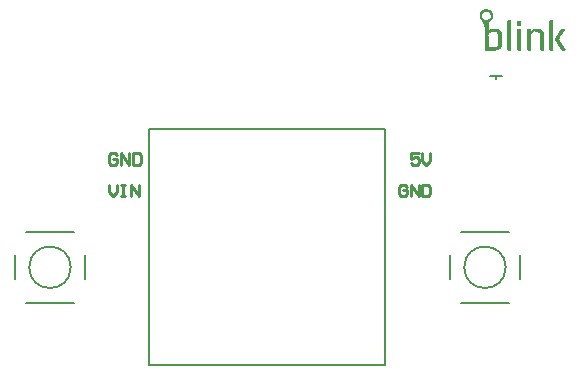
<source format=gto>
G04*
G04 #@! TF.GenerationSoftware,Altium Limited,Altium Designer,21.7.2 (23)*
G04*
G04 Layer_Color=65535*
%FSLAX44Y44*%
%MOMM*%
G71*
G04*
G04 #@! TF.SameCoordinates,F696B693-9937-4AF9-BD54-0FAC2BC342AB*
G04*
G04*
G04 #@! TF.FilePolarity,Positive*
G04*
G01*
G75*
%ADD10C,0.1270*%
%ADD11C,0.2000*%
%ADD12C,0.2540*%
G36*
X451536Y317368D02*
X452155D01*
Y317265D01*
X452568D01*
Y317162D01*
Y317058D01*
X452672D01*
Y317162D01*
X452981D01*
Y317058D01*
X453085D01*
Y316955D01*
X453188D01*
Y317058D01*
X453291D01*
Y316955D01*
X453497D01*
Y316852D01*
X453601D01*
Y316749D01*
X454014D01*
Y316645D01*
X454220D01*
Y316542D01*
X454323D01*
Y316439D01*
X454530D01*
Y316336D01*
X454633D01*
Y316233D01*
X454736D01*
Y316129D01*
X454943D01*
Y316026D01*
X455046D01*
Y315923D01*
X455149D01*
Y315820D01*
X455252D01*
Y315716D01*
X455355D01*
Y315613D01*
X455459D01*
Y315510D01*
X455562D01*
Y315407D01*
X455665D01*
Y315303D01*
X455768D01*
Y315200D01*
Y315097D01*
X455872D01*
Y314994D01*
X455975D01*
Y314891D01*
Y314787D01*
X456078D01*
Y314684D01*
X456181D01*
Y314581D01*
X456284D01*
Y314478D01*
Y314375D01*
X456388D01*
Y314271D01*
Y314168D01*
X456491D01*
Y314065D01*
Y313962D01*
X456594D01*
Y313858D01*
Y313755D01*
Y313652D01*
X456697D01*
Y313549D01*
Y313445D01*
Y313342D01*
X456801D01*
Y313239D01*
Y313136D01*
X456904D01*
Y313033D01*
Y312929D01*
Y312826D01*
Y312723D01*
X457007D01*
Y312620D01*
Y312516D01*
Y312413D01*
Y312310D01*
Y312207D01*
Y312104D01*
Y312000D01*
Y311897D01*
Y311794D01*
Y311691D01*
Y311588D01*
Y311484D01*
Y311381D01*
Y311278D01*
Y311175D01*
Y311071D01*
Y310968D01*
Y310865D01*
Y310762D01*
Y310658D01*
Y310555D01*
X456904D01*
Y310452D01*
Y310349D01*
Y310245D01*
Y310142D01*
X456801D01*
Y310039D01*
Y309936D01*
Y309833D01*
X456697D01*
Y309729D01*
Y309626D01*
X456491D01*
Y309523D01*
X456594D01*
Y309420D01*
Y309317D01*
Y309213D01*
X456491D01*
Y309110D01*
X456388D01*
Y309007D01*
Y308904D01*
X456284D01*
Y308800D01*
Y308697D01*
X456181D01*
Y308594D01*
Y308491D01*
X456078D01*
Y308388D01*
X455975D01*
Y308284D01*
Y308181D01*
X455872D01*
Y308078D01*
X455768D01*
Y307975D01*
X455665D01*
Y307871D01*
X455562D01*
Y307768D01*
X455459D01*
Y307665D01*
X455355D01*
Y307562D01*
Y307458D01*
X455149D01*
Y307355D01*
X455046D01*
Y307252D01*
X454943D01*
Y307149D01*
X454839D01*
Y307046D01*
X454633D01*
Y306942D01*
X454530D01*
Y306839D01*
X454426D01*
Y306736D01*
X454220D01*
Y306633D01*
X454014D01*
Y306529D01*
X453910D01*
Y306426D01*
X453601D01*
Y306323D01*
X453394D01*
Y306220D01*
Y306117D01*
Y306013D01*
Y305910D01*
X453291D01*
Y305807D01*
X453394D01*
Y305704D01*
Y305600D01*
Y305497D01*
Y305394D01*
Y305291D01*
Y305187D01*
Y305084D01*
Y304981D01*
Y304878D01*
Y304775D01*
Y304671D01*
Y304568D01*
Y304465D01*
Y304362D01*
Y304258D01*
Y304155D01*
Y304052D01*
Y303949D01*
Y303846D01*
Y303742D01*
Y303639D01*
Y303536D01*
Y303433D01*
Y303330D01*
Y303226D01*
Y303123D01*
Y303020D01*
Y302917D01*
Y302813D01*
Y302710D01*
Y302607D01*
Y302504D01*
Y302400D01*
Y302297D01*
Y302194D01*
Y302091D01*
Y301988D01*
Y301884D01*
Y301781D01*
Y301678D01*
Y301575D01*
Y301471D01*
Y301368D01*
Y301265D01*
Y301162D01*
Y301059D01*
Y300955D01*
Y300852D01*
Y300749D01*
Y300646D01*
Y300542D01*
Y300439D01*
Y300336D01*
Y300233D01*
Y300130D01*
Y300026D01*
Y299923D01*
Y299820D01*
Y299717D01*
Y299613D01*
Y299510D01*
Y299407D01*
Y299304D01*
Y299200D01*
Y299097D01*
Y298994D01*
Y298891D01*
Y298788D01*
X453807D01*
Y298891D01*
Y298994D01*
Y299097D01*
Y299200D01*
X453910D01*
Y299304D01*
X454014D01*
Y299407D01*
X454117D01*
Y299510D01*
X454220D01*
Y299613D01*
Y299717D01*
X454426D01*
Y299820D01*
X454530D01*
Y299923D01*
X454633D01*
Y300026D01*
X454736D01*
Y300130D01*
X454839D01*
Y300233D01*
X455149D01*
Y300336D01*
X455252D01*
Y300439D01*
X455562D01*
Y300542D01*
X455975D01*
Y300646D01*
X456491D01*
Y300749D01*
X459897D01*
Y300646D01*
X460414D01*
Y300542D01*
X460930D01*
Y300439D01*
X461239D01*
Y300336D01*
X461446D01*
Y300233D01*
X461859D01*
Y300130D01*
X461962D01*
Y300026D01*
X462168D01*
Y299923D01*
X462271D01*
Y299820D01*
X462478D01*
Y299717D01*
X462581D01*
Y299613D01*
X462684D01*
Y299510D01*
X462891D01*
Y299407D01*
X462994D01*
Y299304D01*
X463097D01*
Y299200D01*
X463200D01*
Y299097D01*
X463304D01*
Y298994D01*
Y298891D01*
X463407D01*
Y298788D01*
X463510D01*
Y298684D01*
X463613D01*
Y298581D01*
Y298478D01*
X463717D01*
Y298375D01*
X463820D01*
Y298272D01*
Y298168D01*
X463923D01*
Y298065D01*
Y297962D01*
X464026D01*
Y297859D01*
Y297755D01*
X464130D01*
Y297652D01*
Y297549D01*
X464233D01*
Y297446D01*
Y297342D01*
Y297239D01*
Y297136D01*
Y297033D01*
X464336D01*
Y296930D01*
Y296826D01*
Y296723D01*
X464439D01*
Y296620D01*
Y296517D01*
Y296413D01*
Y296310D01*
Y296207D01*
X464543D01*
Y296104D01*
Y296001D01*
Y295897D01*
Y295794D01*
Y295691D01*
Y295588D01*
Y295484D01*
X464439D01*
Y295381D01*
X464543D01*
Y295278D01*
Y295175D01*
Y295072D01*
Y294968D01*
Y294865D01*
Y294762D01*
Y294659D01*
Y294555D01*
Y294452D01*
Y294349D01*
Y294246D01*
Y294142D01*
Y294039D01*
Y293936D01*
Y293833D01*
Y293730D01*
Y293626D01*
Y293523D01*
Y293420D01*
Y293317D01*
Y293214D01*
Y293110D01*
Y293007D01*
Y292904D01*
Y292801D01*
Y292697D01*
Y292594D01*
Y292491D01*
Y292388D01*
Y292285D01*
Y292181D01*
Y292078D01*
Y291975D01*
Y291872D01*
Y291768D01*
Y291665D01*
Y291562D01*
Y291459D01*
Y291355D01*
Y291252D01*
Y291149D01*
Y291046D01*
Y290942D01*
Y290839D01*
Y290736D01*
Y290633D01*
Y290530D01*
Y290426D01*
Y290323D01*
Y290220D01*
Y290117D01*
Y290014D01*
Y289910D01*
Y289807D01*
Y289704D01*
Y289601D01*
Y289497D01*
Y289394D01*
Y289291D01*
Y289188D01*
Y289084D01*
Y288981D01*
Y288878D01*
Y288775D01*
Y288672D01*
Y288568D01*
Y288465D01*
Y288362D01*
Y288259D01*
Y288155D01*
Y288052D01*
Y287949D01*
Y287846D01*
Y287743D01*
Y287639D01*
Y287536D01*
Y287433D01*
Y287330D01*
Y287227D01*
Y287123D01*
Y287020D01*
Y286917D01*
Y286814D01*
Y286710D01*
X464439D01*
Y286607D01*
Y286504D01*
Y286401D01*
Y286297D01*
X464336D01*
Y286194D01*
Y286091D01*
Y285988D01*
Y285884D01*
X464233D01*
Y285988D01*
X464130D01*
Y285884D01*
X464233D01*
Y285781D01*
Y285678D01*
Y285575D01*
Y285472D01*
Y285368D01*
X464130D01*
Y285265D01*
X464026D01*
Y285162D01*
Y285059D01*
Y284956D01*
X463923D01*
Y285059D01*
X463820D01*
Y284956D01*
X463923D01*
Y284852D01*
X463820D01*
Y284749D01*
Y284646D01*
X463717D01*
Y284543D01*
Y284439D01*
X463613D01*
Y284336D01*
X463510D01*
Y284233D01*
Y284130D01*
X463407D01*
Y284027D01*
X463304D01*
Y283923D01*
X463200D01*
Y283820D01*
Y283717D01*
X463097D01*
Y283614D01*
X462891D01*
Y283510D01*
X462788D01*
Y283407D01*
X462684D01*
Y283304D01*
X462581D01*
Y283201D01*
X462478D01*
Y283097D01*
X462271D01*
Y282994D01*
X462168D01*
Y282891D01*
X461859D01*
Y282788D01*
X461755D01*
Y282685D01*
X461549D01*
Y282581D01*
X461136D01*
Y282478D01*
X460826D01*
Y282375D01*
X460517D01*
Y282272D01*
X459381D01*
Y282169D01*
X450401D01*
Y282272D01*
X450194D01*
Y282375D01*
X450091D01*
Y282478D01*
Y282581D01*
Y282685D01*
Y282788D01*
Y282891D01*
Y282994D01*
Y283097D01*
Y283201D01*
Y283304D01*
Y283407D01*
Y283510D01*
Y283614D01*
Y283717D01*
Y283820D01*
Y283923D01*
Y284027D01*
Y284130D01*
Y284233D01*
Y284336D01*
Y284439D01*
Y284543D01*
Y284646D01*
Y284749D01*
Y284852D01*
Y284956D01*
Y285059D01*
Y285162D01*
Y285265D01*
Y285368D01*
Y285472D01*
Y285575D01*
Y285678D01*
Y285781D01*
Y285884D01*
Y285988D01*
Y286091D01*
Y286194D01*
Y286297D01*
Y286401D01*
Y286504D01*
Y286607D01*
Y286710D01*
Y286814D01*
Y286917D01*
Y287020D01*
Y287123D01*
Y287227D01*
Y287330D01*
Y287433D01*
Y287536D01*
Y287639D01*
Y287743D01*
Y287846D01*
Y287949D01*
Y288052D01*
Y288155D01*
Y288259D01*
Y288362D01*
Y288465D01*
Y288568D01*
Y288672D01*
Y288775D01*
Y288878D01*
Y288981D01*
Y289084D01*
Y289188D01*
Y289291D01*
Y289394D01*
Y289497D01*
Y289601D01*
Y289704D01*
Y289807D01*
Y289910D01*
Y290014D01*
Y290117D01*
Y290220D01*
Y290323D01*
Y290426D01*
Y290530D01*
Y290633D01*
Y290736D01*
Y290839D01*
Y290942D01*
Y291046D01*
Y291149D01*
Y291252D01*
Y291355D01*
Y291459D01*
Y291562D01*
Y291665D01*
Y291768D01*
Y291872D01*
Y291975D01*
Y292078D01*
Y292181D01*
Y292285D01*
Y292388D01*
Y292491D01*
Y292594D01*
Y292697D01*
Y292801D01*
Y292904D01*
Y293007D01*
Y293110D01*
Y293214D01*
Y293317D01*
Y293420D01*
Y293523D01*
Y293626D01*
Y293730D01*
Y293833D01*
Y293936D01*
Y294039D01*
Y294142D01*
Y294246D01*
Y294349D01*
Y294452D01*
Y294555D01*
Y294659D01*
Y294762D01*
Y294865D01*
Y294968D01*
Y295072D01*
Y295175D01*
Y295278D01*
Y295381D01*
Y295484D01*
Y295588D01*
Y295691D01*
Y295794D01*
Y295897D01*
Y296001D01*
Y296104D01*
Y296207D01*
Y296310D01*
Y296413D01*
Y296517D01*
Y296620D01*
Y296723D01*
Y296826D01*
Y296930D01*
Y297033D01*
Y297136D01*
Y297239D01*
Y297342D01*
Y297446D01*
Y297549D01*
Y297652D01*
Y297755D01*
Y297859D01*
Y297962D01*
Y298065D01*
Y298168D01*
Y298272D01*
Y298375D01*
Y298478D01*
Y298581D01*
Y298684D01*
Y298788D01*
Y298891D01*
Y298994D01*
Y299097D01*
Y299200D01*
Y299304D01*
Y299407D01*
Y299510D01*
Y299613D01*
Y299717D01*
Y299820D01*
Y299923D01*
Y300026D01*
Y300130D01*
Y300233D01*
Y300336D01*
Y300439D01*
X449988D01*
Y300542D01*
Y300646D01*
Y300749D01*
Y300852D01*
Y300955D01*
Y301059D01*
Y301162D01*
X449885D01*
Y301265D01*
Y301368D01*
Y301471D01*
Y301575D01*
Y301678D01*
Y301781D01*
X449781D01*
Y301884D01*
Y301988D01*
Y302091D01*
Y302194D01*
X449678D01*
Y302297D01*
Y302400D01*
Y302504D01*
Y302607D01*
Y302710D01*
Y302813D01*
X449575D01*
Y302917D01*
Y303020D01*
Y303123D01*
Y303226D01*
X449472D01*
Y303330D01*
Y303433D01*
X449369D01*
Y303536D01*
Y303639D01*
Y303742D01*
Y303846D01*
Y303949D01*
X449265D01*
Y304052D01*
Y304155D01*
X449162D01*
Y304258D01*
Y304362D01*
X449059D01*
Y304465D01*
Y304568D01*
X449162D01*
Y304671D01*
X449059D01*
Y304775D01*
X448956D01*
Y304878D01*
Y304981D01*
X448852D01*
Y305084D01*
Y305187D01*
X448749D01*
Y305291D01*
Y305394D01*
X448646D01*
Y305497D01*
Y305600D01*
Y305704D01*
X448543D01*
Y305807D01*
X448439D01*
Y305910D01*
Y306013D01*
X448336D01*
Y306117D01*
Y306220D01*
Y306323D01*
X448233D01*
Y306426D01*
X448130D01*
Y306529D01*
X448027D01*
Y306633D01*
X447923D01*
Y306736D01*
Y306839D01*
Y306942D01*
X447820D01*
Y307046D01*
X447614D01*
Y307149D01*
Y307252D01*
X447510D01*
Y307355D01*
X447407D01*
Y307458D01*
X447304D01*
Y307562D01*
X447201D01*
Y307665D01*
X447098D01*
Y307768D01*
X446891D01*
Y307871D01*
Y307975D01*
X446788D01*
Y308078D01*
X446685D01*
Y308181D01*
X446581D01*
Y308284D01*
Y308388D01*
X446478D01*
Y308491D01*
X446375D01*
Y308594D01*
Y308697D01*
X446272D01*
Y308800D01*
Y308904D01*
X446169D01*
Y309007D01*
Y309110D01*
X446065D01*
Y309213D01*
X445962D01*
Y309317D01*
Y309420D01*
X445859D01*
Y309523D01*
Y309626D01*
X445962D01*
Y309729D01*
X445859D01*
Y309833D01*
X445756D01*
Y309936D01*
Y310039D01*
Y310142D01*
Y310245D01*
X445652D01*
Y310349D01*
Y310452D01*
X445549D01*
Y310555D01*
Y310658D01*
Y310762D01*
Y310865D01*
X445652D01*
Y310968D01*
X445549D01*
Y311071D01*
Y311175D01*
Y311278D01*
Y311381D01*
Y311484D01*
Y311588D01*
Y311691D01*
Y311794D01*
Y311897D01*
Y312000D01*
Y312104D01*
Y312207D01*
Y312310D01*
Y312413D01*
Y312516D01*
Y312620D01*
Y312723D01*
Y312826D01*
X445652D01*
Y312929D01*
Y313033D01*
Y313136D01*
X445756D01*
Y313239D01*
Y313342D01*
X445859D01*
Y313445D01*
Y313549D01*
Y313652D01*
Y313755D01*
X445962D01*
Y313858D01*
Y313962D01*
X446065D01*
Y314065D01*
Y314168D01*
X446169D01*
Y314271D01*
Y314375D01*
X446272D01*
Y314478D01*
X446375D01*
Y314581D01*
Y314684D01*
X446478D01*
Y314787D01*
X446581D01*
Y314891D01*
Y314994D01*
X446685D01*
Y315097D01*
X446788D01*
Y315200D01*
X446891D01*
Y315303D01*
Y315407D01*
X446994D01*
Y315303D01*
X447098D01*
Y315407D01*
X446994D01*
Y315510D01*
X447098D01*
Y315613D01*
X447201D01*
Y315716D01*
X447407D01*
Y315820D01*
Y315923D01*
X447510D01*
Y316026D01*
X447614D01*
Y316129D01*
X447820D01*
Y316233D01*
X447923D01*
Y316336D01*
X448027D01*
Y316439D01*
X448233D01*
Y316542D01*
X448336D01*
Y316645D01*
X448646D01*
Y316749D01*
X448749D01*
Y316645D01*
X448852D01*
Y316749D01*
Y316852D01*
X448956D01*
Y316955D01*
X449162D01*
Y317058D01*
X449575D01*
Y317162D01*
X449988D01*
Y317265D01*
X450401D01*
Y317368D01*
X451020D01*
Y317471D01*
X451536D01*
Y317368D01*
D02*
G37*
G36*
X472078Y307562D02*
X472181D01*
Y307458D01*
X472388D01*
Y307355D01*
Y307252D01*
X472491D01*
Y307149D01*
Y307046D01*
Y306942D01*
Y306839D01*
Y306736D01*
Y306633D01*
Y306529D01*
Y306426D01*
Y306323D01*
Y306220D01*
Y306117D01*
Y306013D01*
Y305910D01*
Y305807D01*
Y305704D01*
Y305600D01*
Y305497D01*
Y305394D01*
Y305291D01*
Y305187D01*
Y305084D01*
Y304981D01*
Y304878D01*
Y304775D01*
Y304671D01*
Y304568D01*
Y304465D01*
Y304362D01*
Y304258D01*
Y304155D01*
Y304052D01*
Y303949D01*
Y303846D01*
Y303742D01*
Y303639D01*
Y303536D01*
Y303433D01*
Y303330D01*
Y303226D01*
Y303123D01*
Y303020D01*
Y302917D01*
Y302813D01*
Y302710D01*
Y302607D01*
Y302504D01*
Y302400D01*
Y302297D01*
Y302194D01*
Y302091D01*
Y301988D01*
Y301884D01*
Y301781D01*
Y301678D01*
Y301575D01*
Y301471D01*
Y301368D01*
Y301265D01*
Y301162D01*
Y301059D01*
Y300955D01*
Y300852D01*
Y300749D01*
Y300646D01*
Y300542D01*
Y300439D01*
Y300336D01*
Y300233D01*
Y300130D01*
Y300026D01*
Y299923D01*
Y299820D01*
Y299717D01*
Y299613D01*
Y299510D01*
Y299407D01*
Y299304D01*
Y299200D01*
Y299097D01*
Y298994D01*
Y298891D01*
Y298788D01*
Y298684D01*
Y298581D01*
Y298478D01*
Y298375D01*
Y298272D01*
Y298168D01*
Y298065D01*
Y297962D01*
Y297859D01*
Y297755D01*
Y297652D01*
Y297549D01*
Y297446D01*
Y297342D01*
Y297239D01*
Y297136D01*
Y297033D01*
Y296930D01*
Y296826D01*
Y296723D01*
Y296620D01*
Y296517D01*
Y296413D01*
Y296310D01*
Y296207D01*
Y296104D01*
Y296001D01*
Y295897D01*
Y295794D01*
Y295691D01*
Y295588D01*
Y295484D01*
Y295381D01*
Y295278D01*
Y295175D01*
Y295072D01*
Y294968D01*
Y294865D01*
Y294762D01*
Y294659D01*
Y294555D01*
Y294452D01*
Y294349D01*
Y294246D01*
Y294142D01*
Y294039D01*
Y293936D01*
Y293833D01*
Y293730D01*
Y293626D01*
Y293523D01*
Y293420D01*
Y293317D01*
Y293214D01*
Y293110D01*
Y293007D01*
Y292904D01*
Y292801D01*
Y292697D01*
Y292594D01*
Y292491D01*
Y292388D01*
Y292285D01*
Y292181D01*
Y292078D01*
Y291975D01*
Y291872D01*
Y291768D01*
Y291665D01*
Y291562D01*
Y291459D01*
Y291355D01*
Y291252D01*
Y291149D01*
Y291046D01*
Y290942D01*
Y290839D01*
Y290736D01*
Y290633D01*
Y290530D01*
Y290426D01*
Y290323D01*
Y290220D01*
Y290117D01*
Y290014D01*
Y289910D01*
Y289807D01*
Y289704D01*
Y289601D01*
Y289497D01*
Y289394D01*
Y289291D01*
Y289188D01*
Y289084D01*
Y288981D01*
Y288878D01*
Y288775D01*
Y288672D01*
Y288568D01*
Y288465D01*
Y288362D01*
Y288259D01*
Y288155D01*
Y288052D01*
Y287949D01*
Y287846D01*
Y287743D01*
Y287639D01*
Y287536D01*
Y287433D01*
Y287330D01*
Y287227D01*
Y287123D01*
Y287020D01*
Y286917D01*
Y286814D01*
Y286710D01*
Y286607D01*
Y286504D01*
Y286401D01*
Y286297D01*
Y286194D01*
Y286091D01*
Y285988D01*
Y285884D01*
Y285781D01*
Y285678D01*
Y285575D01*
Y285472D01*
Y285368D01*
Y285265D01*
Y285162D01*
Y285059D01*
Y284956D01*
Y284852D01*
Y284749D01*
Y284646D01*
Y284543D01*
Y284439D01*
Y284336D01*
Y284233D01*
Y284130D01*
Y284027D01*
Y283923D01*
Y283820D01*
Y283717D01*
Y283614D01*
Y283510D01*
Y283407D01*
Y283304D01*
Y283201D01*
Y283097D01*
Y282994D01*
Y282891D01*
Y282788D01*
Y282685D01*
Y282581D01*
X472388D01*
Y282685D01*
X472284D01*
Y282581D01*
X472388D01*
Y282478D01*
Y282375D01*
X472284D01*
Y282272D01*
X471975D01*
Y282169D01*
X469497D01*
Y282272D01*
X469188D01*
Y282375D01*
X469084D01*
Y282478D01*
Y282581D01*
Y282685D01*
Y282788D01*
Y282891D01*
Y282994D01*
Y283097D01*
Y283201D01*
Y283304D01*
Y283407D01*
Y283510D01*
Y283614D01*
Y283717D01*
Y283820D01*
Y283923D01*
Y284027D01*
Y284130D01*
Y284233D01*
Y284336D01*
Y284439D01*
Y284543D01*
Y284646D01*
Y284749D01*
Y284852D01*
Y284956D01*
Y285059D01*
Y285162D01*
Y285265D01*
Y285368D01*
Y285472D01*
Y285575D01*
Y285678D01*
Y285781D01*
Y285884D01*
Y285988D01*
Y286091D01*
Y286194D01*
Y286297D01*
Y286401D01*
Y286504D01*
Y286607D01*
Y286710D01*
Y286814D01*
Y286917D01*
Y287020D01*
Y287123D01*
Y287227D01*
Y287330D01*
Y287433D01*
Y287536D01*
Y287639D01*
Y287743D01*
Y287846D01*
Y287949D01*
Y288052D01*
Y288155D01*
Y288259D01*
Y288362D01*
Y288465D01*
Y288568D01*
Y288672D01*
Y288775D01*
Y288878D01*
Y288981D01*
Y289084D01*
Y289188D01*
Y289291D01*
Y289394D01*
Y289497D01*
Y289601D01*
Y289704D01*
Y289807D01*
Y289910D01*
Y290014D01*
Y290117D01*
Y290220D01*
Y290323D01*
Y290426D01*
Y290530D01*
Y290633D01*
Y290736D01*
Y290839D01*
Y290942D01*
Y291046D01*
Y291149D01*
Y291252D01*
Y291355D01*
Y291459D01*
Y291562D01*
Y291665D01*
Y291768D01*
Y291872D01*
Y291975D01*
Y292078D01*
Y292181D01*
Y292285D01*
Y292388D01*
Y292491D01*
Y292594D01*
Y292697D01*
Y292801D01*
Y292904D01*
Y293007D01*
Y293110D01*
Y293214D01*
Y293317D01*
Y293420D01*
Y293523D01*
Y293626D01*
Y293730D01*
Y293833D01*
Y293936D01*
Y294039D01*
Y294142D01*
Y294246D01*
Y294349D01*
Y294452D01*
Y294555D01*
Y294659D01*
Y294762D01*
Y294865D01*
Y294968D01*
Y295072D01*
Y295175D01*
Y295278D01*
Y295381D01*
Y295484D01*
Y295588D01*
Y295691D01*
Y295794D01*
Y295897D01*
Y296001D01*
Y296104D01*
Y296207D01*
Y296310D01*
Y296413D01*
Y296517D01*
Y296620D01*
Y296723D01*
Y296826D01*
Y296930D01*
Y297033D01*
Y297136D01*
Y297239D01*
Y297342D01*
Y297446D01*
Y297549D01*
Y297652D01*
Y297755D01*
Y297859D01*
Y297962D01*
Y298065D01*
Y298168D01*
Y298272D01*
Y298375D01*
Y298478D01*
Y298581D01*
Y298684D01*
Y298788D01*
Y298891D01*
Y298994D01*
Y299097D01*
Y299200D01*
Y299304D01*
Y299407D01*
Y299510D01*
Y299613D01*
Y299717D01*
Y299820D01*
Y299923D01*
Y300026D01*
Y300130D01*
Y300233D01*
Y300336D01*
Y300439D01*
Y300542D01*
Y300646D01*
Y300749D01*
Y300852D01*
Y300955D01*
Y301059D01*
Y301162D01*
Y301265D01*
Y301368D01*
Y301471D01*
Y301575D01*
Y301678D01*
Y301781D01*
Y301884D01*
Y301988D01*
Y302091D01*
Y302194D01*
Y302297D01*
Y302400D01*
Y302504D01*
Y302607D01*
Y302710D01*
Y302813D01*
Y302917D01*
Y303020D01*
Y303123D01*
Y303226D01*
Y303330D01*
Y303433D01*
Y303536D01*
Y303639D01*
Y303742D01*
Y303846D01*
Y303949D01*
Y304052D01*
Y304155D01*
Y304258D01*
Y304362D01*
Y304465D01*
Y304568D01*
Y304671D01*
Y304775D01*
Y304878D01*
Y304981D01*
Y305084D01*
Y305187D01*
Y305291D01*
Y305394D01*
Y305497D01*
Y305600D01*
Y305704D01*
Y305807D01*
Y305910D01*
Y306013D01*
Y306117D01*
Y306220D01*
Y306323D01*
Y306426D01*
Y306529D01*
Y306633D01*
Y306736D01*
Y306839D01*
Y306942D01*
Y307046D01*
Y307149D01*
Y307252D01*
Y307355D01*
Y307458D01*
X469188D01*
Y307562D01*
X469394D01*
Y307665D01*
X469807D01*
Y307562D01*
X469910D01*
Y307665D01*
X472078D01*
Y307562D01*
D02*
G37*
G36*
X480749Y307458D02*
X480852D01*
Y307355D01*
Y307252D01*
X480955D01*
Y307149D01*
Y307046D01*
Y306942D01*
Y306839D01*
Y306736D01*
Y306633D01*
Y306529D01*
Y306426D01*
Y306323D01*
Y306220D01*
Y306117D01*
Y306013D01*
Y305910D01*
Y305807D01*
Y305704D01*
Y305600D01*
Y305497D01*
Y305394D01*
Y305291D01*
Y305187D01*
Y305084D01*
Y304981D01*
Y304878D01*
Y304775D01*
Y304671D01*
Y304568D01*
Y304465D01*
Y304362D01*
Y304258D01*
Y304155D01*
Y304052D01*
Y303949D01*
Y303846D01*
Y303742D01*
Y303639D01*
X480852D01*
Y303536D01*
Y303433D01*
X480749D01*
Y303330D01*
X480542D01*
Y303226D01*
X477962D01*
Y303330D01*
X477652D01*
Y303433D01*
Y303536D01*
X477549D01*
Y303639D01*
Y303742D01*
Y303846D01*
Y303949D01*
Y304052D01*
Y304155D01*
Y304258D01*
Y304362D01*
Y304465D01*
Y304568D01*
Y304671D01*
Y304775D01*
Y304878D01*
Y304981D01*
Y305084D01*
Y305187D01*
Y305291D01*
Y305394D01*
Y305497D01*
Y305600D01*
Y305704D01*
Y305807D01*
Y305910D01*
Y306013D01*
Y306117D01*
Y306220D01*
Y306323D01*
Y306426D01*
Y306529D01*
Y306633D01*
Y306736D01*
Y306839D01*
X477652D01*
Y306942D01*
X477549D01*
Y307046D01*
X477652D01*
Y307149D01*
X477549D01*
Y307252D01*
X477652D01*
Y307355D01*
Y307458D01*
X477755D01*
Y307562D01*
X477962D01*
Y307458D01*
X478065D01*
Y307562D01*
X480749D01*
Y307458D01*
D02*
G37*
G36*
Y300439D02*
X480852D01*
Y300336D01*
Y300233D01*
X480955D01*
Y300130D01*
Y300026D01*
Y299923D01*
Y299820D01*
Y299717D01*
Y299613D01*
Y299510D01*
Y299407D01*
Y299304D01*
Y299200D01*
Y299097D01*
Y298994D01*
Y298891D01*
Y298788D01*
Y298684D01*
Y298581D01*
Y298478D01*
Y298375D01*
Y298272D01*
Y298168D01*
Y298065D01*
Y297962D01*
Y297859D01*
Y297755D01*
Y297652D01*
Y297549D01*
Y297446D01*
Y297342D01*
Y297239D01*
Y297136D01*
Y297033D01*
Y296930D01*
Y296826D01*
Y296723D01*
Y296620D01*
Y296517D01*
Y296413D01*
Y296310D01*
Y296207D01*
Y296104D01*
Y296001D01*
Y295897D01*
Y295794D01*
Y295691D01*
Y295588D01*
Y295484D01*
Y295381D01*
Y295278D01*
Y295175D01*
Y295072D01*
Y294968D01*
Y294865D01*
Y294762D01*
Y294659D01*
Y294555D01*
Y294452D01*
Y294349D01*
Y294246D01*
Y294142D01*
Y294039D01*
Y293936D01*
Y293833D01*
Y293730D01*
Y293626D01*
Y293523D01*
Y293420D01*
Y293317D01*
Y293214D01*
Y293110D01*
Y293007D01*
Y292904D01*
Y292801D01*
Y292697D01*
Y292594D01*
Y292491D01*
Y292388D01*
Y292285D01*
Y292181D01*
Y292078D01*
Y291975D01*
Y291872D01*
Y291768D01*
Y291665D01*
Y291562D01*
Y291459D01*
Y291355D01*
Y291252D01*
Y291149D01*
Y291046D01*
Y290942D01*
Y290839D01*
Y290736D01*
Y290633D01*
Y290530D01*
Y290426D01*
Y290323D01*
Y290220D01*
Y290117D01*
Y290014D01*
Y289910D01*
Y289807D01*
Y289704D01*
Y289601D01*
Y289497D01*
Y289394D01*
Y289291D01*
Y289188D01*
Y289084D01*
Y288981D01*
Y288878D01*
Y288775D01*
Y288672D01*
Y288568D01*
Y288465D01*
Y288362D01*
Y288259D01*
Y288155D01*
Y288052D01*
Y287949D01*
Y287846D01*
Y287743D01*
Y287639D01*
Y287536D01*
Y287433D01*
Y287330D01*
Y287227D01*
Y287123D01*
Y287020D01*
Y286917D01*
Y286814D01*
Y286710D01*
Y286607D01*
Y286504D01*
Y286401D01*
Y286297D01*
Y286194D01*
Y286091D01*
Y285988D01*
Y285884D01*
Y285781D01*
Y285678D01*
Y285575D01*
Y285472D01*
Y285368D01*
Y285265D01*
Y285162D01*
Y285059D01*
Y284956D01*
Y284852D01*
Y284749D01*
Y284646D01*
Y284543D01*
Y284439D01*
Y284336D01*
Y284233D01*
Y284130D01*
Y284027D01*
Y283923D01*
Y283820D01*
Y283717D01*
Y283614D01*
Y283510D01*
Y283407D01*
Y283304D01*
Y283201D01*
Y283097D01*
Y282994D01*
Y282891D01*
Y282788D01*
Y282685D01*
Y282581D01*
X480852D01*
Y282478D01*
Y282375D01*
Y282272D01*
X480749D01*
Y282375D01*
X480645D01*
Y282272D01*
X480542D01*
Y282169D01*
X477962D01*
Y282272D01*
X477652D01*
Y282375D01*
Y282478D01*
Y282581D01*
X477549D01*
Y282685D01*
Y282788D01*
Y282891D01*
Y282994D01*
Y283097D01*
Y283201D01*
Y283304D01*
Y283407D01*
Y283510D01*
Y283614D01*
Y283717D01*
Y283820D01*
Y283923D01*
Y284027D01*
Y284130D01*
Y284233D01*
Y284336D01*
Y284439D01*
Y284543D01*
Y284646D01*
Y284749D01*
Y284852D01*
Y284956D01*
Y285059D01*
Y285162D01*
Y285265D01*
Y285368D01*
Y285472D01*
Y285575D01*
Y285678D01*
Y285781D01*
Y285884D01*
Y285988D01*
Y286091D01*
Y286194D01*
Y286297D01*
Y286401D01*
Y286504D01*
Y286607D01*
Y286710D01*
Y286814D01*
Y286917D01*
Y287020D01*
Y287123D01*
Y287227D01*
Y287330D01*
Y287433D01*
Y287536D01*
Y287639D01*
Y287743D01*
Y287846D01*
Y287949D01*
Y288052D01*
Y288155D01*
Y288259D01*
Y288362D01*
Y288465D01*
Y288568D01*
Y288672D01*
Y288775D01*
Y288878D01*
Y288981D01*
Y289084D01*
Y289188D01*
Y289291D01*
Y289394D01*
Y289497D01*
Y289601D01*
Y289704D01*
Y289807D01*
Y289910D01*
Y290014D01*
Y290117D01*
Y290220D01*
Y290323D01*
Y290426D01*
Y290530D01*
Y290633D01*
Y290736D01*
Y290839D01*
Y290942D01*
Y291046D01*
Y291149D01*
Y291252D01*
Y291355D01*
Y291459D01*
Y291562D01*
Y291665D01*
Y291768D01*
Y291872D01*
Y291975D01*
Y292078D01*
Y292181D01*
Y292285D01*
Y292388D01*
Y292491D01*
Y292594D01*
Y292697D01*
Y292801D01*
Y292904D01*
Y293007D01*
Y293110D01*
Y293214D01*
Y293317D01*
Y293420D01*
Y293523D01*
Y293626D01*
Y293730D01*
Y293833D01*
Y293936D01*
Y294039D01*
Y294142D01*
Y294246D01*
Y294349D01*
Y294452D01*
Y294555D01*
Y294659D01*
Y294762D01*
Y294865D01*
Y294968D01*
Y295072D01*
Y295175D01*
Y295278D01*
Y295381D01*
Y295484D01*
Y295588D01*
Y295691D01*
Y295794D01*
Y295897D01*
Y296001D01*
Y296104D01*
Y296207D01*
Y296310D01*
Y296413D01*
Y296517D01*
Y296620D01*
Y296723D01*
Y296826D01*
Y296930D01*
Y297033D01*
Y297136D01*
Y297239D01*
Y297342D01*
Y297446D01*
Y297549D01*
Y297652D01*
Y297755D01*
Y297859D01*
Y297962D01*
Y298065D01*
Y298168D01*
Y298272D01*
Y298375D01*
Y298478D01*
Y298581D01*
Y298684D01*
Y298788D01*
Y298891D01*
Y298994D01*
Y299097D01*
Y299200D01*
Y299304D01*
Y299407D01*
Y299510D01*
Y299613D01*
Y299717D01*
Y299820D01*
Y299923D01*
Y300026D01*
Y300130D01*
Y300233D01*
X477652D01*
Y300336D01*
Y300439D01*
Y300542D01*
X478065D01*
Y300439D01*
X478168D01*
Y300542D01*
X480749D01*
Y300439D01*
D02*
G37*
G36*
X518116D02*
Y300336D01*
X518219D01*
Y300233D01*
X518116D01*
Y300130D01*
Y300026D01*
X518013D01*
Y299923D01*
Y299820D01*
X517910D01*
Y299717D01*
X517806D01*
Y299613D01*
Y299510D01*
X517703D01*
Y299407D01*
Y299304D01*
X517600D01*
Y299200D01*
X517497D01*
Y299097D01*
X517393D01*
Y298994D01*
Y298891D01*
Y298788D01*
X517187D01*
Y298684D01*
Y298581D01*
X517084D01*
Y298478D01*
Y298375D01*
X516981D01*
Y298272D01*
Y298168D01*
X516877D01*
Y298065D01*
X516774D01*
Y297962D01*
X516671D01*
Y297859D01*
Y297755D01*
Y297652D01*
X516568D01*
Y297549D01*
X516361D01*
Y297446D01*
Y297342D01*
Y297239D01*
Y297136D01*
X516258D01*
Y297033D01*
X516155D01*
Y296930D01*
X516051D01*
Y296826D01*
Y296723D01*
X515948D01*
Y296620D01*
Y296517D01*
X515845D01*
Y296413D01*
X515742D01*
Y296310D01*
X515639D01*
Y296207D01*
Y296104D01*
Y296001D01*
X515535D01*
Y295897D01*
X515432D01*
Y295794D01*
X515329D01*
Y295691D01*
Y295588D01*
X515226D01*
Y295484D01*
Y295381D01*
X515122D01*
Y295278D01*
X515019D01*
Y295175D01*
Y295072D01*
X514916D01*
Y294968D01*
X514710D01*
Y294865D01*
X514813D01*
Y294762D01*
X514710D01*
Y294659D01*
X514606D01*
Y294555D01*
Y294452D01*
Y294349D01*
X514503D01*
Y294246D01*
X514400D01*
Y294142D01*
X514297D01*
Y294039D01*
Y293936D01*
X514193D01*
Y293833D01*
Y293730D01*
X514090D01*
Y293626D01*
X513987D01*
Y293523D01*
Y293420D01*
X513884D01*
Y293317D01*
X513781D01*
Y293214D01*
Y293110D01*
X513677D01*
Y293007D01*
X513574D01*
Y293110D01*
X513471D01*
Y293007D01*
X513574D01*
Y292904D01*
Y292801D01*
X513471D01*
Y292697D01*
Y292594D01*
X513368D01*
Y292491D01*
X513264D01*
Y292388D01*
Y292285D01*
X513161D01*
Y292181D01*
X513058D01*
Y292078D01*
Y291975D01*
X512955D01*
Y291872D01*
Y291768D01*
X512851D01*
Y291665D01*
X512955D01*
Y291562D01*
Y291459D01*
X513058D01*
Y291355D01*
Y291252D01*
X513264D01*
Y291149D01*
Y291046D01*
Y290942D01*
X513368D01*
Y290839D01*
X513471D01*
Y290736D01*
Y290633D01*
X513574D01*
Y290530D01*
Y290426D01*
X513677D01*
Y290323D01*
X513781D01*
Y290220D01*
X513884D01*
Y290117D01*
Y290014D01*
Y289910D01*
X513987D01*
Y289807D01*
X514090D01*
Y289704D01*
X514193D01*
Y289601D01*
Y289497D01*
X514297D01*
Y289394D01*
X514193D01*
Y289291D01*
X514400D01*
Y289188D01*
X514503D01*
Y289084D01*
X514606D01*
Y288981D01*
Y288878D01*
Y288775D01*
X514710D01*
Y288672D01*
X514813D01*
Y288568D01*
Y288465D01*
X514916D01*
Y288362D01*
X515019D01*
Y288259D01*
Y288155D01*
X515122D01*
Y288052D01*
X515226D01*
Y287949D01*
Y287846D01*
X515329D01*
Y287743D01*
Y287639D01*
X515432D01*
Y287536D01*
X515535D01*
Y287433D01*
X515639D01*
Y287330D01*
Y287227D01*
Y287123D01*
X515742D01*
Y287020D01*
X515845D01*
Y286917D01*
X515948D01*
Y286814D01*
Y286710D01*
X516051D01*
Y286607D01*
Y286504D01*
X516155D01*
Y286401D01*
X516258D01*
Y286297D01*
X516361D01*
Y286194D01*
Y286091D01*
X516464D01*
Y285988D01*
Y285884D01*
X516568D01*
Y285781D01*
X516671D01*
Y285678D01*
Y285575D01*
Y285472D01*
X516774D01*
Y285368D01*
X516877D01*
Y285265D01*
X516981D01*
Y285162D01*
Y285059D01*
X517084D01*
Y284956D01*
Y284852D01*
X517187D01*
Y284749D01*
X517290D01*
Y284646D01*
X517393D01*
Y284543D01*
Y284439D01*
Y284336D01*
X517497D01*
Y284233D01*
X517600D01*
Y284130D01*
X517703D01*
Y284027D01*
Y283923D01*
X517806D01*
Y283820D01*
X517703D01*
Y283717D01*
X517910D01*
Y283614D01*
Y283510D01*
X518116D01*
Y283407D01*
Y283304D01*
X518219D01*
Y283201D01*
Y283097D01*
X518322D01*
Y282994D01*
X518426D01*
Y282891D01*
Y282788D01*
Y282685D01*
X518529D01*
Y282581D01*
Y282478D01*
Y282375D01*
X518426D01*
Y282272D01*
X518219D01*
Y282169D01*
X515535D01*
Y282272D01*
X515019D01*
Y282375D01*
X514916D01*
Y282478D01*
X514813D01*
Y282581D01*
X514606D01*
Y282685D01*
Y282788D01*
X514503D01*
Y282891D01*
X514400D01*
Y282994D01*
X514297D01*
Y283097D01*
Y283201D01*
X514400D01*
Y283304D01*
X514193D01*
Y283407D01*
X514090D01*
Y283510D01*
X514193D01*
Y283614D01*
X514090D01*
Y283717D01*
X513884D01*
Y283820D01*
Y283923D01*
X513781D01*
Y284027D01*
Y284130D01*
X513677D01*
Y284233D01*
X513574D01*
Y284336D01*
Y284439D01*
X513471D01*
Y284543D01*
Y284646D01*
X513368D01*
Y284749D01*
X513264D01*
Y284852D01*
Y284956D01*
X513161D01*
Y285059D01*
Y285162D01*
X513058D01*
Y285265D01*
X512955D01*
Y285368D01*
X512851D01*
Y285472D01*
Y285575D01*
Y285678D01*
X512748D01*
Y285781D01*
X512645D01*
Y285884D01*
Y285988D01*
X512542D01*
Y286091D01*
Y286194D01*
X512439D01*
Y286297D01*
X512335D01*
Y286401D01*
Y286504D01*
Y286607D01*
X512129D01*
Y286710D01*
Y286814D01*
X512026D01*
Y286917D01*
Y287020D01*
X511819D01*
Y287123D01*
Y287227D01*
Y287330D01*
X511716D01*
Y287433D01*
X511613D01*
Y287536D01*
Y287639D01*
X511510D01*
Y287743D01*
Y287846D01*
X511406D01*
Y287949D01*
Y288052D01*
X511303D01*
Y288155D01*
X511200D01*
Y288259D01*
Y288362D01*
X511097D01*
Y288465D01*
X510993D01*
Y288568D01*
Y288672D01*
X510890D01*
Y288775D01*
X510787D01*
Y288878D01*
Y288981D01*
Y289084D01*
X510581D01*
Y289188D01*
Y289291D01*
X510477D01*
Y289394D01*
Y289497D01*
X510374D01*
Y289601D01*
Y289704D01*
X510271D01*
Y289807D01*
X510168D01*
Y289910D01*
Y290014D01*
X510064D01*
Y290117D01*
Y290220D01*
X509961D01*
Y290323D01*
X509858D01*
Y290426D01*
Y290530D01*
X509755D01*
Y290633D01*
Y290736D01*
X509652D01*
Y290839D01*
X509548D01*
Y290942D01*
X509445D01*
Y291046D01*
Y291149D01*
Y291252D01*
X509342D01*
Y291355D01*
Y291459D01*
Y291562D01*
X509239D01*
Y291665D01*
Y291768D01*
X509342D01*
Y291872D01*
Y291975D01*
X509445D01*
Y292078D01*
Y292181D01*
Y292285D01*
X509548D01*
Y292388D01*
X509652D01*
Y292491D01*
Y292594D01*
X509755D01*
Y292697D01*
Y292801D01*
X509858D01*
Y292904D01*
X509961D01*
Y293007D01*
Y293110D01*
X510064D01*
Y293214D01*
Y293317D01*
X510271D01*
Y293420D01*
Y293523D01*
Y293626D01*
X510374D01*
Y293730D01*
X510581D01*
Y293833D01*
X510477D01*
Y293936D01*
X510581D01*
Y294039D01*
Y294142D01*
X510684D01*
Y294246D01*
Y294349D01*
X510787D01*
Y294452D01*
Y294555D01*
X510890D01*
Y294659D01*
X510993D01*
Y294555D01*
X511097D01*
Y294659D01*
X510993D01*
Y294762D01*
X511097D01*
Y294865D01*
Y294968D01*
X511200D01*
Y295072D01*
Y295175D01*
X511303D01*
Y295278D01*
Y295381D01*
X511406D01*
Y295484D01*
X511510D01*
Y295381D01*
X511613D01*
Y295484D01*
X511510D01*
Y295588D01*
Y295691D01*
X511613D01*
Y295794D01*
Y295897D01*
X511716D01*
Y296001D01*
X511819D01*
Y296104D01*
Y296207D01*
Y296310D01*
X512026D01*
Y296413D01*
Y296517D01*
X512129D01*
Y296620D01*
Y296723D01*
X512232D01*
Y296620D01*
X512335D01*
Y296723D01*
X512232D01*
Y296826D01*
Y296930D01*
X512335D01*
Y297033D01*
Y297136D01*
X512439D01*
Y297239D01*
X512542D01*
Y297342D01*
Y297446D01*
X512645D01*
Y297549D01*
X512748D01*
Y297652D01*
Y297755D01*
X512851D01*
Y297859D01*
Y297962D01*
X512955D01*
Y298065D01*
Y298168D01*
X513058D01*
Y298272D01*
X513161D01*
Y298375D01*
Y298478D01*
X513264D01*
Y298581D01*
Y298684D01*
X513368D01*
Y298788D01*
X513471D01*
Y298684D01*
X513574D01*
Y298788D01*
X513471D01*
Y298891D01*
X513574D01*
Y298994D01*
Y299097D01*
Y299200D01*
X513677D01*
Y299304D01*
X513781D01*
Y299407D01*
Y299510D01*
X513884D01*
Y299613D01*
Y299717D01*
X513987D01*
Y299820D01*
X514090D01*
Y299923D01*
Y300026D01*
X514297D01*
Y300130D01*
Y300233D01*
Y300336D01*
X514503D01*
Y300439D01*
X514606D01*
Y300542D01*
X518116D01*
Y300439D01*
D02*
G37*
G36*
X496336D02*
X496645D01*
Y300336D01*
X496955D01*
Y300233D01*
X497368D01*
Y300130D01*
X497471D01*
Y300026D01*
X497677D01*
Y299923D01*
X497781D01*
Y299820D01*
X498090D01*
Y299717D01*
X498194D01*
Y299613D01*
X498297D01*
Y299510D01*
X498400D01*
Y299407D01*
X498607D01*
Y299304D01*
Y299200D01*
X498813D01*
Y299097D01*
X498916D01*
Y298994D01*
X499019D01*
Y298891D01*
Y298788D01*
X499123D01*
Y298684D01*
X499226D01*
Y298581D01*
X499123D01*
Y298478D01*
X499432D01*
Y298375D01*
Y298272D01*
Y298168D01*
X499536D01*
Y298065D01*
Y297962D01*
X499639D01*
Y297859D01*
Y297755D01*
X499742D01*
Y297652D01*
Y297549D01*
Y297446D01*
X499845D01*
Y297342D01*
Y297239D01*
Y297136D01*
Y297033D01*
X499949D01*
Y296930D01*
Y296826D01*
X500052D01*
Y296723D01*
Y296620D01*
Y296517D01*
X499949D01*
Y296413D01*
X500155D01*
Y296310D01*
Y296207D01*
Y296104D01*
Y296001D01*
Y295897D01*
Y295794D01*
Y295691D01*
Y295588D01*
Y295484D01*
Y295381D01*
Y295278D01*
Y295175D01*
Y295072D01*
Y294968D01*
Y294865D01*
Y294762D01*
Y294659D01*
Y294555D01*
Y294452D01*
Y294349D01*
Y294246D01*
Y294142D01*
Y294039D01*
Y293936D01*
Y293833D01*
Y293730D01*
Y293626D01*
Y293523D01*
Y293420D01*
Y293317D01*
Y293214D01*
Y293110D01*
Y293007D01*
Y292904D01*
Y292801D01*
Y292697D01*
Y292594D01*
Y292491D01*
Y292388D01*
Y292285D01*
Y292181D01*
Y292078D01*
Y291975D01*
Y291872D01*
Y291768D01*
Y291665D01*
Y291562D01*
Y291459D01*
Y291355D01*
Y291252D01*
Y291149D01*
Y291046D01*
Y290942D01*
Y290839D01*
Y290736D01*
Y290633D01*
Y290530D01*
Y290426D01*
Y290323D01*
Y290220D01*
Y290117D01*
Y290014D01*
Y289910D01*
Y289807D01*
Y289704D01*
Y289601D01*
Y289497D01*
Y289394D01*
Y289291D01*
Y289188D01*
Y289084D01*
Y288981D01*
Y288878D01*
Y288775D01*
Y288672D01*
Y288568D01*
Y288465D01*
Y288362D01*
Y288259D01*
Y288155D01*
Y288052D01*
Y287949D01*
Y287846D01*
Y287743D01*
Y287639D01*
Y287536D01*
Y287433D01*
Y287330D01*
Y287227D01*
Y287123D01*
Y287020D01*
Y286917D01*
Y286814D01*
Y286710D01*
Y286607D01*
Y286504D01*
Y286401D01*
Y286297D01*
Y286194D01*
Y286091D01*
Y285988D01*
Y285884D01*
Y285781D01*
Y285678D01*
Y285575D01*
Y285472D01*
Y285368D01*
Y285265D01*
Y285162D01*
Y285059D01*
Y284956D01*
Y284852D01*
Y284749D01*
Y284646D01*
Y284543D01*
Y284439D01*
Y284336D01*
Y284233D01*
Y284130D01*
Y284027D01*
Y283923D01*
Y283820D01*
Y283717D01*
Y283614D01*
Y283510D01*
Y283407D01*
Y283304D01*
Y283201D01*
Y283097D01*
Y282994D01*
Y282891D01*
Y282788D01*
Y282685D01*
Y282581D01*
Y282478D01*
Y282375D01*
X500052D01*
Y282272D01*
X499742D01*
Y282169D01*
X497161D01*
Y282272D01*
X496955D01*
Y282375D01*
X496852D01*
Y282478D01*
Y282581D01*
X496749D01*
Y282685D01*
Y282788D01*
Y282891D01*
Y282994D01*
Y283097D01*
Y283201D01*
Y283304D01*
Y283407D01*
Y283510D01*
Y283614D01*
Y283717D01*
Y283820D01*
Y283923D01*
Y284027D01*
Y284130D01*
Y284233D01*
Y284336D01*
Y284439D01*
Y284543D01*
Y284646D01*
Y284749D01*
Y284852D01*
Y284956D01*
Y285059D01*
Y285162D01*
Y285265D01*
Y285368D01*
Y285472D01*
Y285575D01*
Y285678D01*
Y285781D01*
Y285884D01*
Y285988D01*
Y286091D01*
Y286194D01*
Y286297D01*
Y286401D01*
Y286504D01*
Y286607D01*
Y286710D01*
Y286814D01*
Y286917D01*
Y287020D01*
Y287123D01*
Y287227D01*
Y287330D01*
Y287433D01*
Y287536D01*
Y287639D01*
Y287743D01*
Y287846D01*
Y287949D01*
Y288052D01*
Y288155D01*
Y288259D01*
Y288362D01*
Y288465D01*
Y288568D01*
Y288672D01*
Y288775D01*
Y288878D01*
Y288981D01*
Y289084D01*
Y289188D01*
Y289291D01*
Y289394D01*
Y289497D01*
Y289601D01*
Y289704D01*
Y289807D01*
Y289910D01*
Y290014D01*
Y290117D01*
Y290220D01*
Y290323D01*
Y290426D01*
Y290530D01*
Y290633D01*
Y290736D01*
Y290839D01*
Y290942D01*
Y291046D01*
Y291149D01*
Y291252D01*
Y291355D01*
Y291459D01*
Y291562D01*
Y291665D01*
Y291768D01*
Y291872D01*
Y291975D01*
Y292078D01*
Y292181D01*
Y292285D01*
Y292388D01*
Y292491D01*
Y292594D01*
Y292697D01*
Y292801D01*
Y292904D01*
Y293007D01*
Y293110D01*
Y293214D01*
Y293317D01*
Y293420D01*
Y293523D01*
Y293626D01*
Y293730D01*
Y293833D01*
Y293936D01*
Y294039D01*
Y294142D01*
Y294246D01*
Y294349D01*
Y294452D01*
Y294555D01*
Y294659D01*
Y294762D01*
Y294865D01*
Y294968D01*
Y295072D01*
Y295175D01*
Y295278D01*
Y295381D01*
Y295484D01*
X496645D01*
Y295588D01*
Y295691D01*
Y295794D01*
Y295897D01*
Y296001D01*
Y296104D01*
Y296207D01*
X496542D01*
Y296310D01*
Y296413D01*
X496439D01*
Y296517D01*
X496336D01*
Y296620D01*
Y296723D01*
X496232D01*
Y296826D01*
Y296930D01*
X496129D01*
Y297033D01*
X496026D01*
Y297136D01*
X495820D01*
Y297239D01*
X495716D01*
Y297342D01*
X495510D01*
Y297446D01*
X495407D01*
Y297549D01*
X494891D01*
Y297652D01*
X491484D01*
Y297549D01*
X491174D01*
Y297446D01*
X490761D01*
Y297342D01*
X490555D01*
Y297239D01*
X490452D01*
Y297136D01*
X490245D01*
Y297239D01*
X490142D01*
Y297136D01*
X490245D01*
Y297033D01*
X490142D01*
Y296930D01*
X490039D01*
Y296826D01*
X489936D01*
Y296723D01*
X489832D01*
Y296620D01*
X489626D01*
Y296517D01*
X489729D01*
Y296413D01*
X489626D01*
Y296310D01*
Y296207D01*
X489523D01*
Y296104D01*
Y296001D01*
X489420D01*
Y295897D01*
Y295794D01*
Y295691D01*
Y295588D01*
Y295484D01*
X489316D01*
Y295381D01*
Y295278D01*
Y295175D01*
Y295072D01*
Y294968D01*
Y294865D01*
Y294762D01*
Y294659D01*
X489213D01*
Y294555D01*
Y294452D01*
Y294349D01*
Y294246D01*
Y294142D01*
Y294039D01*
Y293936D01*
Y293833D01*
Y293730D01*
Y293626D01*
Y293523D01*
Y293420D01*
Y293317D01*
Y293214D01*
Y293110D01*
Y293007D01*
Y292904D01*
Y292801D01*
Y292697D01*
Y292594D01*
Y292491D01*
Y292388D01*
Y292285D01*
Y292181D01*
Y292078D01*
Y291975D01*
Y291872D01*
Y291768D01*
Y291665D01*
Y291562D01*
Y291459D01*
Y291355D01*
Y291252D01*
Y291149D01*
Y291046D01*
Y290942D01*
Y290839D01*
Y290736D01*
Y290633D01*
Y290530D01*
Y290426D01*
Y290323D01*
Y290220D01*
Y290117D01*
Y290014D01*
Y289910D01*
Y289807D01*
Y289704D01*
Y289601D01*
Y289497D01*
Y289394D01*
Y289291D01*
Y289188D01*
Y289084D01*
Y288981D01*
Y288878D01*
Y288775D01*
Y288672D01*
Y288568D01*
Y288465D01*
Y288362D01*
Y288259D01*
Y288155D01*
Y288052D01*
Y287949D01*
Y287846D01*
Y287743D01*
Y287639D01*
Y287536D01*
Y287433D01*
Y287330D01*
Y287227D01*
Y287123D01*
Y287020D01*
Y286917D01*
Y286814D01*
Y286710D01*
Y286607D01*
Y286504D01*
Y286401D01*
Y286297D01*
Y286194D01*
Y286091D01*
Y285988D01*
Y285884D01*
Y285781D01*
Y285678D01*
Y285575D01*
Y285472D01*
Y285368D01*
Y285265D01*
Y285162D01*
Y285059D01*
Y284956D01*
Y284852D01*
Y284749D01*
Y284646D01*
Y284543D01*
Y284439D01*
Y284336D01*
Y284233D01*
Y284130D01*
Y284027D01*
Y283923D01*
Y283820D01*
Y283717D01*
Y283614D01*
Y283510D01*
Y283407D01*
Y283304D01*
Y283201D01*
Y283097D01*
Y282994D01*
Y282891D01*
Y282788D01*
Y282685D01*
Y282581D01*
Y282478D01*
Y282375D01*
X489110D01*
Y282272D01*
X488800D01*
Y282169D01*
X486323D01*
Y282272D01*
X486013D01*
Y282375D01*
X485910D01*
Y282478D01*
Y282581D01*
Y282685D01*
Y282788D01*
Y282891D01*
Y282994D01*
Y283097D01*
Y283201D01*
Y283304D01*
Y283407D01*
Y283510D01*
Y283614D01*
Y283717D01*
Y283820D01*
Y283923D01*
Y284027D01*
Y284130D01*
Y284233D01*
Y284336D01*
Y284439D01*
Y284543D01*
Y284646D01*
Y284749D01*
Y284852D01*
Y284956D01*
Y285059D01*
Y285162D01*
Y285265D01*
Y285368D01*
Y285472D01*
Y285575D01*
Y285678D01*
Y285781D01*
Y285884D01*
Y285988D01*
Y286091D01*
Y286194D01*
Y286297D01*
Y286401D01*
Y286504D01*
Y286607D01*
Y286710D01*
Y286814D01*
Y286917D01*
Y287020D01*
Y287123D01*
Y287227D01*
Y287330D01*
Y287433D01*
Y287536D01*
Y287639D01*
Y287743D01*
Y287846D01*
Y287949D01*
Y288052D01*
Y288155D01*
Y288259D01*
Y288362D01*
Y288465D01*
Y288568D01*
Y288672D01*
Y288775D01*
Y288878D01*
Y288981D01*
Y289084D01*
Y289188D01*
Y289291D01*
Y289394D01*
Y289497D01*
Y289601D01*
Y289704D01*
Y289807D01*
Y289910D01*
Y290014D01*
Y290117D01*
Y290220D01*
Y290323D01*
Y290426D01*
Y290530D01*
Y290633D01*
Y290736D01*
Y290839D01*
Y290942D01*
Y291046D01*
Y291149D01*
Y291252D01*
Y291355D01*
Y291459D01*
Y291562D01*
Y291665D01*
Y291768D01*
Y291872D01*
Y291975D01*
Y292078D01*
Y292181D01*
Y292285D01*
Y292388D01*
Y292491D01*
Y292594D01*
Y292697D01*
Y292801D01*
Y292904D01*
Y293007D01*
Y293110D01*
Y293214D01*
Y293317D01*
Y293420D01*
Y293523D01*
Y293626D01*
Y293730D01*
Y293833D01*
Y293936D01*
Y294039D01*
Y294142D01*
Y294246D01*
Y294349D01*
Y294452D01*
Y294555D01*
Y294659D01*
Y294762D01*
Y294865D01*
Y294968D01*
Y295072D01*
Y295175D01*
Y295278D01*
Y295381D01*
Y295484D01*
Y295588D01*
Y295691D01*
Y295794D01*
Y295897D01*
Y296001D01*
Y296104D01*
Y296207D01*
Y296310D01*
Y296413D01*
Y296517D01*
Y296620D01*
Y296723D01*
Y296826D01*
Y296930D01*
Y297033D01*
Y297136D01*
Y297239D01*
Y297342D01*
Y297446D01*
Y297549D01*
Y297652D01*
Y297755D01*
Y297859D01*
Y297962D01*
Y298065D01*
Y298168D01*
Y298272D01*
Y298375D01*
Y298478D01*
Y298581D01*
Y298684D01*
Y298788D01*
Y298891D01*
Y298994D01*
Y299097D01*
Y299200D01*
Y299304D01*
Y299407D01*
Y299510D01*
Y299613D01*
Y299717D01*
Y299820D01*
Y299923D01*
Y300026D01*
Y300130D01*
Y300233D01*
Y300336D01*
Y300439D01*
X486013D01*
Y300542D01*
X489110D01*
Y300439D01*
X489007D01*
Y300336D01*
X489110D01*
Y300233D01*
X489213D01*
Y300130D01*
Y300026D01*
Y299923D01*
Y299820D01*
Y299717D01*
Y299613D01*
Y299510D01*
Y299407D01*
Y299304D01*
Y299200D01*
Y299097D01*
Y298994D01*
Y298891D01*
Y298788D01*
Y298684D01*
Y298581D01*
X489316D01*
Y298684D01*
X489523D01*
Y298788D01*
X489626D01*
Y298684D01*
X489729D01*
Y298788D01*
X489626D01*
Y298891D01*
X489729D01*
Y298994D01*
Y299097D01*
Y299200D01*
X489832D01*
Y299304D01*
X489936D01*
Y299407D01*
X490039D01*
Y299510D01*
X490142D01*
Y299613D01*
X490245D01*
Y299717D01*
X490349D01*
Y299820D01*
X490452D01*
Y299923D01*
X490658D01*
Y300026D01*
X490761D01*
Y300130D01*
X490968D01*
Y300233D01*
X491278D01*
Y300336D01*
X491484D01*
Y300439D01*
X491794D01*
Y300542D01*
X496336D01*
Y300439D01*
D02*
G37*
G36*
X507690Y307562D02*
Y307458D01*
X507794D01*
Y307355D01*
X507897D01*
Y307458D01*
X507794D01*
Y307562D01*
X507897D01*
Y307458D01*
X508000D01*
Y307355D01*
Y307252D01*
Y307149D01*
Y307046D01*
Y306942D01*
Y306839D01*
Y306736D01*
X507897D01*
Y306633D01*
X508000D01*
Y306529D01*
Y306426D01*
Y306323D01*
Y306220D01*
Y306117D01*
Y306013D01*
Y305910D01*
Y305807D01*
Y305704D01*
Y305600D01*
Y305497D01*
Y305394D01*
Y305291D01*
Y305187D01*
Y305084D01*
Y304981D01*
Y304878D01*
Y304775D01*
Y304671D01*
Y304568D01*
Y304465D01*
Y304362D01*
Y304258D01*
Y304155D01*
Y304052D01*
Y303949D01*
Y303846D01*
Y303742D01*
Y303639D01*
Y303536D01*
Y303433D01*
Y303330D01*
Y303226D01*
Y303123D01*
Y303020D01*
Y302917D01*
Y302813D01*
Y302710D01*
Y302607D01*
Y302504D01*
Y302400D01*
Y302297D01*
Y302194D01*
Y302091D01*
Y301988D01*
Y301884D01*
Y301781D01*
Y301678D01*
Y301575D01*
Y301471D01*
Y301368D01*
Y301265D01*
Y301162D01*
Y301059D01*
Y300955D01*
Y300852D01*
Y300749D01*
Y300646D01*
Y300542D01*
Y300439D01*
Y300336D01*
Y300233D01*
Y300130D01*
Y300026D01*
Y299923D01*
Y299820D01*
Y299717D01*
Y299613D01*
Y299510D01*
Y299407D01*
Y299304D01*
Y299200D01*
Y299097D01*
Y298994D01*
Y298891D01*
Y298788D01*
Y298684D01*
Y298581D01*
Y298478D01*
Y298375D01*
Y298272D01*
Y298168D01*
Y298065D01*
Y297962D01*
Y297859D01*
Y297755D01*
Y297652D01*
Y297549D01*
Y297446D01*
Y297342D01*
Y297239D01*
Y297136D01*
Y297033D01*
Y296930D01*
Y296826D01*
Y296723D01*
Y296620D01*
Y296517D01*
Y296413D01*
Y296310D01*
Y296207D01*
Y296104D01*
Y296001D01*
Y295897D01*
Y295794D01*
Y295691D01*
Y295588D01*
Y295484D01*
Y295381D01*
Y295278D01*
Y295175D01*
Y295072D01*
Y294968D01*
Y294865D01*
Y294762D01*
Y294659D01*
Y294555D01*
Y294452D01*
Y294349D01*
Y294246D01*
Y294142D01*
Y294039D01*
Y293936D01*
Y293833D01*
Y293730D01*
Y293626D01*
Y293523D01*
Y293420D01*
Y293317D01*
Y293214D01*
Y293110D01*
Y293007D01*
Y292904D01*
Y292801D01*
Y292697D01*
Y292594D01*
Y292491D01*
Y292388D01*
Y292285D01*
Y292181D01*
Y292078D01*
Y291975D01*
Y291872D01*
Y291768D01*
Y291665D01*
Y291562D01*
Y291459D01*
Y291355D01*
Y291252D01*
Y291149D01*
Y291046D01*
Y290942D01*
Y290839D01*
Y290736D01*
Y290633D01*
Y290530D01*
Y290426D01*
Y290323D01*
Y290220D01*
Y290117D01*
Y290014D01*
Y289910D01*
Y289807D01*
Y289704D01*
Y289601D01*
Y289497D01*
Y289394D01*
Y289291D01*
Y289188D01*
Y289084D01*
Y288981D01*
Y288878D01*
Y288775D01*
Y288672D01*
Y288568D01*
Y288465D01*
Y288362D01*
Y288259D01*
Y288155D01*
Y288052D01*
Y287949D01*
Y287846D01*
Y287743D01*
Y287639D01*
Y287536D01*
Y287433D01*
Y287330D01*
Y287227D01*
Y287123D01*
Y287020D01*
Y286917D01*
Y286814D01*
Y286710D01*
Y286607D01*
Y286504D01*
Y286401D01*
Y286297D01*
Y286194D01*
Y286091D01*
Y285988D01*
Y285884D01*
Y285781D01*
Y285678D01*
Y285575D01*
Y285472D01*
Y285368D01*
Y285265D01*
Y285162D01*
Y285059D01*
Y284956D01*
Y284852D01*
Y284749D01*
Y284646D01*
Y284543D01*
Y284439D01*
Y284336D01*
Y284233D01*
Y284130D01*
Y284027D01*
Y283923D01*
Y283820D01*
Y283717D01*
Y283614D01*
Y283510D01*
Y283407D01*
Y283304D01*
Y283201D01*
Y283097D01*
Y282994D01*
Y282891D01*
Y282788D01*
Y282685D01*
Y282581D01*
Y282478D01*
X507897D01*
Y282375D01*
Y282272D01*
X507587D01*
Y282169D01*
X505110D01*
Y282272D01*
X504800D01*
Y282375D01*
X504697D01*
Y282478D01*
Y282581D01*
X504594D01*
Y282685D01*
Y282788D01*
Y282891D01*
Y282994D01*
Y283097D01*
Y283201D01*
Y283304D01*
Y283407D01*
Y283510D01*
Y283614D01*
Y283717D01*
Y283820D01*
Y283923D01*
Y284027D01*
Y284130D01*
Y284233D01*
Y284336D01*
Y284439D01*
Y284543D01*
Y284646D01*
Y284749D01*
Y284852D01*
Y284956D01*
Y285059D01*
Y285162D01*
Y285265D01*
Y285368D01*
Y285472D01*
Y285575D01*
Y285678D01*
Y285781D01*
Y285884D01*
Y285988D01*
Y286091D01*
Y286194D01*
Y286297D01*
Y286401D01*
Y286504D01*
Y286607D01*
Y286710D01*
Y286814D01*
Y286917D01*
Y287020D01*
Y287123D01*
Y287227D01*
Y287330D01*
Y287433D01*
Y287536D01*
Y287639D01*
Y287743D01*
Y287846D01*
Y287949D01*
Y288052D01*
Y288155D01*
Y288259D01*
Y288362D01*
Y288465D01*
Y288568D01*
Y288672D01*
Y288775D01*
Y288878D01*
Y288981D01*
Y289084D01*
Y289188D01*
Y289291D01*
Y289394D01*
Y289497D01*
Y289601D01*
Y289704D01*
Y289807D01*
Y289910D01*
Y290014D01*
Y290117D01*
Y290220D01*
Y290323D01*
Y290426D01*
Y290530D01*
Y290633D01*
Y290736D01*
Y290839D01*
Y290942D01*
Y291046D01*
Y291149D01*
Y291252D01*
Y291355D01*
Y291459D01*
Y291562D01*
Y291665D01*
Y291768D01*
Y291872D01*
Y291975D01*
Y292078D01*
Y292181D01*
Y292285D01*
Y292388D01*
Y292491D01*
Y292594D01*
Y292697D01*
Y292801D01*
Y292904D01*
Y293007D01*
Y293110D01*
Y293214D01*
Y293317D01*
Y293420D01*
Y293523D01*
Y293626D01*
Y293730D01*
Y293833D01*
Y293936D01*
Y294039D01*
Y294142D01*
Y294246D01*
Y294349D01*
Y294452D01*
Y294555D01*
Y294659D01*
Y294762D01*
Y294865D01*
Y294968D01*
Y295072D01*
Y295175D01*
Y295278D01*
Y295381D01*
Y295484D01*
Y295588D01*
Y295691D01*
Y295794D01*
Y295897D01*
Y296001D01*
Y296104D01*
Y296207D01*
Y296310D01*
Y296413D01*
Y296517D01*
Y296620D01*
Y296723D01*
Y296826D01*
Y296930D01*
Y297033D01*
Y297136D01*
Y297239D01*
Y297342D01*
Y297446D01*
Y297549D01*
Y297652D01*
Y297755D01*
Y297859D01*
Y297962D01*
Y298065D01*
Y298168D01*
Y298272D01*
Y298375D01*
Y298478D01*
Y298581D01*
Y298684D01*
Y298788D01*
Y298891D01*
Y298994D01*
Y299097D01*
Y299200D01*
Y299304D01*
Y299407D01*
Y299510D01*
Y299613D01*
Y299717D01*
Y299820D01*
Y299923D01*
Y300026D01*
Y300130D01*
Y300233D01*
Y300336D01*
Y300439D01*
Y300542D01*
Y300646D01*
Y300749D01*
Y300852D01*
Y300955D01*
Y301059D01*
Y301162D01*
Y301265D01*
Y301368D01*
Y301471D01*
Y301575D01*
Y301678D01*
Y301781D01*
Y301884D01*
Y301988D01*
Y302091D01*
Y302194D01*
Y302297D01*
Y302400D01*
Y302504D01*
Y302607D01*
Y302710D01*
Y302813D01*
Y302917D01*
Y303020D01*
Y303123D01*
Y303226D01*
Y303330D01*
Y303433D01*
Y303536D01*
Y303639D01*
Y303742D01*
Y303846D01*
Y303949D01*
Y304052D01*
Y304155D01*
Y304258D01*
Y304362D01*
Y304465D01*
Y304568D01*
Y304671D01*
Y304775D01*
Y304878D01*
Y304981D01*
Y305084D01*
Y305187D01*
Y305291D01*
Y305394D01*
Y305497D01*
Y305600D01*
Y305704D01*
Y305807D01*
Y305910D01*
Y306013D01*
Y306117D01*
Y306220D01*
Y306323D01*
Y306426D01*
Y306529D01*
Y306633D01*
Y306736D01*
Y306839D01*
Y306942D01*
Y307046D01*
Y307149D01*
X504697D01*
Y307252D01*
Y307355D01*
Y307458D01*
X504903D01*
Y307562D01*
X505006D01*
Y307665D01*
X507690D01*
Y307562D01*
D02*
G37*
%LPC*%
G36*
X452259Y317058D02*
X452155D01*
Y316955D01*
X452259D01*
Y317058D01*
D02*
G37*
G36*
X452568Y316955D02*
X452465D01*
Y316852D01*
X452568D01*
Y316955D01*
D02*
G37*
G36*
X452155Y316852D02*
X452052D01*
Y316749D01*
X452155D01*
Y316852D01*
D02*
G37*
G36*
X450401D02*
X450298D01*
Y316749D01*
X450401D01*
Y316852D01*
D02*
G37*
G36*
X450298Y316749D02*
X450194D01*
Y316645D01*
X450298D01*
Y316749D01*
D02*
G37*
G36*
X453704Y316645D02*
X453601D01*
Y316542D01*
X453704D01*
Y316645D01*
D02*
G37*
G36*
X453497D02*
X453394D01*
Y316542D01*
X453497D01*
Y316645D01*
D02*
G37*
G36*
X450194D02*
X450091D01*
Y316542D01*
X450194D01*
Y316645D01*
D02*
G37*
G36*
X453807Y316439D02*
X453704D01*
Y316336D01*
X453807D01*
Y316439D01*
D02*
G37*
G36*
X454117Y316336D02*
X454014D01*
Y316233D01*
X454117D01*
Y316336D01*
D02*
G37*
G36*
X448233D02*
X448130D01*
Y316233D01*
X448233D01*
Y316336D01*
D02*
G37*
G36*
X455046Y315923D02*
X454943D01*
Y315820D01*
X455046D01*
Y315923D01*
D02*
G37*
G36*
X454839D02*
X454736D01*
Y315820D01*
X454839D01*
Y315923D01*
D02*
G37*
G36*
X454014D02*
X453910D01*
Y315820D01*
X454014D01*
Y315923D01*
D02*
G37*
G36*
X448439D02*
X448336D01*
Y315820D01*
X448439D01*
Y315923D01*
D02*
G37*
G36*
X449988Y315716D02*
X449885D01*
Y315613D01*
X449988D01*
Y315716D01*
D02*
G37*
G36*
X447717Y315820D02*
X447614D01*
Y315716D01*
Y315613D01*
X447717D01*
Y315716D01*
Y315820D01*
D02*
G37*
G36*
X451949Y315613D02*
X451846D01*
Y315510D01*
X451949D01*
Y315613D01*
D02*
G37*
G36*
X451020D02*
X450917D01*
Y315510D01*
X451020D01*
Y315407D01*
X451123D01*
Y315510D01*
X451020D01*
Y315613D01*
D02*
G37*
G36*
X449885Y315510D02*
X449781D01*
Y315407D01*
X449885D01*
Y315510D01*
D02*
G37*
G36*
X452672Y315407D02*
X452568D01*
Y315303D01*
X452672D01*
Y315407D01*
D02*
G37*
G36*
X452052D02*
X451949D01*
Y315303D01*
X452052D01*
Y315407D01*
D02*
G37*
G36*
X447510D02*
X447407D01*
Y315303D01*
X447510D01*
Y315407D01*
D02*
G37*
G36*
X452259Y315303D02*
X452155D01*
Y315200D01*
X452259D01*
Y315303D01*
D02*
G37*
G36*
X447407D02*
X447304D01*
Y315200D01*
X447407D01*
Y315303D01*
D02*
G37*
G36*
X447201Y315200D02*
X447098D01*
Y315097D01*
X447201D01*
Y315200D01*
D02*
G37*
G36*
X455665Y315097D02*
X455562D01*
Y314994D01*
X455665D01*
Y315097D01*
D02*
G37*
G36*
X454426Y314891D02*
X454323D01*
Y314787D01*
X454426D01*
Y314891D01*
D02*
G37*
G36*
X453291D02*
X453188D01*
Y314787D01*
X453291D01*
Y314891D01*
D02*
G37*
G36*
X449059D02*
X448956D01*
Y314787D01*
X449059D01*
Y314891D01*
D02*
G37*
G36*
X454117Y314787D02*
X454014D01*
Y314684D01*
X454117D01*
Y314787D01*
D02*
G37*
G36*
X455562Y314684D02*
X455459D01*
Y314581D01*
X455562D01*
Y314684D01*
D02*
G37*
G36*
X450607Y315407D02*
X450504D01*
Y315303D01*
X450607D01*
Y315200D01*
X450504D01*
Y315097D01*
X450194D01*
Y314994D01*
X449781D01*
Y314891D01*
X449575D01*
Y314787D01*
X449472D01*
Y314684D01*
X449265D01*
Y314581D01*
X449162D01*
Y314684D01*
X449059D01*
Y314581D01*
Y314478D01*
Y314375D01*
X448852D01*
Y314271D01*
X448749D01*
Y314168D01*
X448646D01*
Y314065D01*
X448543D01*
Y313962D01*
X448439D01*
Y313858D01*
X448336D01*
Y313755D01*
Y313652D01*
X448233D01*
Y313549D01*
X448130D01*
Y313445D01*
X448027D01*
Y313342D01*
Y313239D01*
Y313136D01*
Y313033D01*
X447923D01*
Y312929D01*
Y312826D01*
X447820D01*
Y312723D01*
Y312620D01*
X447717D01*
Y312516D01*
Y312413D01*
Y312310D01*
Y312207D01*
Y312104D01*
X447614D01*
Y312000D01*
Y311897D01*
Y311794D01*
Y311691D01*
Y311588D01*
Y311484D01*
Y311381D01*
Y311278D01*
Y311175D01*
Y311071D01*
X447717D01*
Y310968D01*
X447614D01*
Y310865D01*
X447717D01*
Y310762D01*
Y310658D01*
X447820D01*
Y310555D01*
Y310452D01*
X447923D01*
Y310349D01*
X447820D01*
Y310245D01*
X448027D01*
Y310142D01*
Y310039D01*
Y309936D01*
Y309833D01*
X448130D01*
Y309729D01*
X448233D01*
Y309626D01*
X448336D01*
Y309523D01*
Y309420D01*
X448439D01*
Y309317D01*
X448543D01*
Y309213D01*
X448646D01*
Y309110D01*
X448749D01*
Y309007D01*
Y308904D01*
X448956D01*
Y308800D01*
Y308697D01*
X449162D01*
Y308594D01*
X449369D01*
Y308491D01*
X449575D01*
Y308388D01*
X449781D01*
Y308284D01*
X449988D01*
Y308181D01*
X450298D01*
Y308078D01*
X450917D01*
Y307975D01*
X451020D01*
Y308078D01*
X452259D01*
Y308181D01*
X452568D01*
Y308284D01*
X452775D01*
Y308388D01*
X452878D01*
Y308284D01*
X452981D01*
Y308388D01*
Y308491D01*
X453188D01*
Y308594D01*
X453394D01*
Y308491D01*
X453497D01*
Y308594D01*
X453394D01*
Y308697D01*
X453601D01*
Y308800D01*
X453704D01*
Y308904D01*
X453807D01*
Y309007D01*
Y309110D01*
X453910D01*
Y309213D01*
X454014D01*
Y309317D01*
X454117D01*
Y309420D01*
X454220D01*
Y309523D01*
Y309626D01*
X454323D01*
Y309729D01*
X454426D01*
Y309626D01*
Y309523D01*
X454530D01*
Y309626D01*
Y309729D01*
X454426D01*
Y309833D01*
X454530D01*
Y309936D01*
Y310039D01*
Y310142D01*
Y310245D01*
X454633D01*
Y310349D01*
Y310452D01*
X454736D01*
Y310555D01*
Y310658D01*
X454839D01*
Y310762D01*
Y310865D01*
Y310968D01*
Y311071D01*
Y311175D01*
Y311278D01*
Y311381D01*
Y311484D01*
Y311588D01*
Y311691D01*
Y311794D01*
Y311897D01*
Y312000D01*
Y312104D01*
Y312207D01*
Y312310D01*
Y312413D01*
X454943D01*
Y312516D01*
X454839D01*
Y312620D01*
X454736D01*
Y312723D01*
Y312826D01*
X454633D01*
Y312929D01*
Y313033D01*
X454530D01*
Y313136D01*
Y313239D01*
Y313342D01*
X454426D01*
Y313445D01*
Y313549D01*
Y313652D01*
X454220D01*
Y313755D01*
Y313858D01*
X454117D01*
Y313962D01*
X454014D01*
Y314065D01*
X453910D01*
Y314168D01*
X453807D01*
Y314271D01*
X453704D01*
Y314375D01*
X453497D01*
Y314478D01*
Y314581D01*
X453394D01*
Y314684D01*
X453085D01*
Y314787D01*
X452981D01*
Y314891D01*
X452775D01*
Y314994D01*
X452362D01*
Y315097D01*
X452052D01*
Y315200D01*
X451330D01*
Y315303D01*
X451227D01*
Y315200D01*
X450710D01*
Y315303D01*
X450607D01*
Y315407D01*
D02*
G37*
G36*
X446994Y314684D02*
X446788D01*
Y314581D01*
X446994D01*
Y314684D01*
D02*
G37*
G36*
X456078D02*
X455975D01*
Y314581D01*
X456078D01*
Y314478D01*
X456181D01*
Y314581D01*
X456078D01*
Y314684D01*
D02*
G37*
G36*
X448749Y314581D02*
X448646D01*
Y314478D01*
X448749D01*
Y314581D01*
D02*
G37*
G36*
X448336D02*
X448233D01*
Y314478D01*
X448336D01*
Y314581D01*
D02*
G37*
G36*
X446685D02*
X446581D01*
Y314478D01*
X446685D01*
Y314581D01*
D02*
G37*
G36*
X454530Y314478D02*
X454426D01*
Y314375D01*
X454530D01*
Y314478D01*
D02*
G37*
G36*
X448543D02*
X448439D01*
Y314375D01*
X448543D01*
Y314478D01*
D02*
G37*
G36*
X456078Y314375D02*
X455975D01*
Y314271D01*
X456078D01*
Y314375D01*
D02*
G37*
G36*
X454220D02*
X454117D01*
Y314271D01*
X454220D01*
Y314375D01*
D02*
G37*
G36*
X448439D02*
X448336D01*
Y314271D01*
X448439D01*
Y314375D01*
D02*
G37*
G36*
X454530Y314271D02*
X454426D01*
Y314168D01*
X454530D01*
Y314271D01*
D02*
G37*
G36*
X447098D02*
X446994D01*
Y314168D01*
X447098D01*
Y314271D01*
D02*
G37*
G36*
X454220Y314168D02*
X454117D01*
Y314065D01*
X454220D01*
Y314168D01*
D02*
G37*
G36*
X448336D02*
X448233D01*
Y314065D01*
X448336D01*
Y314168D01*
D02*
G37*
G36*
X448233Y314065D02*
X448130D01*
Y313962D01*
X448233D01*
Y314065D01*
D02*
G37*
G36*
X446272D02*
X446169D01*
Y313962D01*
X446272D01*
Y314065D01*
D02*
G37*
G36*
X456491Y313755D02*
X456388D01*
Y313652D01*
X456491D01*
Y313755D01*
D02*
G37*
G36*
X456284D02*
X456181D01*
Y313652D01*
X456284D01*
Y313755D01*
D02*
G37*
G36*
X456594Y313239D02*
X456491D01*
Y313136D01*
X456594D01*
Y313239D01*
D02*
G37*
G36*
X454736Y313136D02*
X454633D01*
Y313033D01*
X454736D01*
Y313136D01*
D02*
G37*
G36*
X456801Y313033D02*
X456697D01*
Y312929D01*
X456801D01*
Y313033D01*
D02*
G37*
G36*
X455046D02*
X454943D01*
Y312929D01*
X455046D01*
Y313033D01*
D02*
G37*
G36*
Y312620D02*
X454943D01*
Y312516D01*
X455046D01*
Y312620D01*
D02*
G37*
G36*
X446272D02*
X446169D01*
Y312516D01*
X446272D01*
Y312620D01*
D02*
G37*
G36*
X447304Y312516D02*
X447201D01*
Y312413D01*
X447304D01*
Y312516D01*
D02*
G37*
G36*
X445756Y312620D02*
X445652D01*
Y312516D01*
Y312413D01*
X445756D01*
Y312516D01*
Y312620D01*
D02*
G37*
G36*
X455252Y312413D02*
X455149D01*
Y312310D01*
X455252D01*
Y312413D01*
D02*
G37*
G36*
X447510Y312516D02*
X447407D01*
Y312413D01*
X447510D01*
Y312310D01*
X447614D01*
Y312413D01*
X447510D01*
Y312516D01*
D02*
G37*
G36*
X447201Y312310D02*
X447098D01*
Y312207D01*
X447201D01*
Y312310D01*
D02*
G37*
G36*
X445962Y312000D02*
X445859D01*
Y311897D01*
X445962D01*
Y312000D01*
D02*
G37*
G36*
X455149Y311794D02*
X455046D01*
Y311691D01*
X455149D01*
Y311794D01*
D02*
G37*
G36*
X445756D02*
X445652D01*
Y311691D01*
X445756D01*
Y311794D01*
D02*
G37*
G36*
X446272Y311691D02*
X446169D01*
Y311588D01*
X446272D01*
Y311691D01*
D02*
G37*
G36*
X455149Y311175D02*
X455046D01*
Y311071D01*
X455149D01*
Y311175D01*
D02*
G37*
G36*
X447304D02*
X447201D01*
Y311071D01*
X447304D01*
Y311175D01*
D02*
G37*
G36*
X445962D02*
X445859D01*
Y311071D01*
X445962D01*
Y311175D01*
D02*
G37*
G36*
X456697Y310762D02*
X456594D01*
Y310658D01*
X456697D01*
Y310762D01*
D02*
G37*
G36*
X455149D02*
X455046D01*
Y310658D01*
X455149D01*
Y310762D01*
D02*
G37*
G36*
X447717Y310452D02*
X447407D01*
Y310349D01*
X447717D01*
Y310452D01*
D02*
G37*
G36*
X456491Y310245D02*
X456388D01*
Y310142D01*
X456491D01*
Y310245D01*
D02*
G37*
G36*
X454943D02*
X454736D01*
Y310142D01*
X454943D01*
Y310245D01*
D02*
G37*
G36*
X455149Y310142D02*
X455046D01*
Y310039D01*
X455149D01*
Y310142D01*
D02*
G37*
G36*
X446065Y310039D02*
X445962D01*
Y309936D01*
X446065D01*
Y310039D01*
D02*
G37*
G36*
X456284Y309729D02*
X456181D01*
Y309626D01*
X456284D01*
Y309729D01*
D02*
G37*
G36*
X454426Y309420D02*
X454323D01*
Y309317D01*
X454426D01*
Y309420D01*
D02*
G37*
G36*
X454220Y309213D02*
X454117D01*
Y309110D01*
X454220D01*
Y309213D01*
D02*
G37*
G36*
X448439D02*
X448336D01*
Y309110D01*
X448439D01*
Y309213D01*
D02*
G37*
G36*
X446581Y309110D02*
X446478D01*
Y309007D01*
X446581D01*
Y309110D01*
D02*
G37*
G36*
X455459Y308800D02*
X455355D01*
Y308697D01*
X455459D01*
Y308800D01*
D02*
G37*
G36*
X454530Y308491D02*
X454426D01*
Y308388D01*
X454530D01*
Y308491D01*
D02*
G37*
G36*
X454323D02*
X454220D01*
Y308388D01*
X454323D01*
Y308491D01*
D02*
G37*
G36*
X454117D02*
X454014D01*
Y308388D01*
X454117D01*
Y308491D01*
D02*
G37*
G36*
X453807Y308594D02*
X453704D01*
Y308491D01*
Y308388D01*
X453807D01*
Y308491D01*
Y308594D01*
D02*
G37*
G36*
X453394Y308388D02*
X453188D01*
Y308284D01*
X453394D01*
Y308388D01*
D02*
G37*
G36*
X455459Y308181D02*
X455355D01*
Y308078D01*
X455459D01*
Y308181D01*
D02*
G37*
G36*
X447407D02*
X447304D01*
Y308078D01*
X447407D01*
Y308181D01*
D02*
G37*
G36*
X450194Y307975D02*
X450091D01*
Y307871D01*
X450194D01*
Y307975D01*
D02*
G37*
G36*
X449781D02*
X449678D01*
Y307871D01*
X449781D01*
Y307975D01*
D02*
G37*
G36*
X447923D02*
X447820D01*
Y307871D01*
X447923D01*
Y307975D01*
D02*
G37*
G36*
X451743Y307871D02*
X451639D01*
Y307768D01*
X451743D01*
Y307871D01*
D02*
G37*
G36*
X451536Y307768D02*
X451433D01*
Y307665D01*
X451536D01*
Y307768D01*
D02*
G37*
G36*
X451020D02*
X450917D01*
Y307665D01*
X451020D01*
Y307768D01*
D02*
G37*
G36*
X447923Y307665D02*
X447820D01*
Y307562D01*
X447923D01*
Y307665D01*
D02*
G37*
G36*
X452775Y307562D02*
X452672D01*
Y307458D01*
X452775D01*
Y307562D01*
D02*
G37*
G36*
X454839Y307458D02*
X454736D01*
Y307355D01*
X454839D01*
Y307458D01*
D02*
G37*
G36*
X447717Y307355D02*
X447614D01*
Y307252D01*
X447717D01*
Y307355D01*
D02*
G37*
G36*
X454426Y307252D02*
X454323D01*
Y307149D01*
X454426D01*
Y307252D01*
D02*
G37*
G36*
X454323Y307149D02*
X454220D01*
Y307046D01*
X454323D01*
Y307149D01*
D02*
G37*
G36*
X452981Y306323D02*
X452878D01*
Y306220D01*
X452981D01*
Y306323D01*
D02*
G37*
G36*
X453291Y306220D02*
X453188D01*
Y306117D01*
X453291D01*
Y306220D01*
D02*
G37*
G36*
X448646Y305910D02*
X448543D01*
Y305807D01*
X448646D01*
Y305910D01*
D02*
G37*
G36*
X449369Y305497D02*
X449265D01*
Y305394D01*
X449369D01*
Y305497D01*
D02*
G37*
G36*
X449575Y304362D02*
X449472D01*
Y304258D01*
X449575D01*
Y304362D01*
D02*
G37*
G36*
X449988Y302607D02*
X449885D01*
Y302504D01*
X449988D01*
Y302607D01*
D02*
G37*
G36*
X457007Y300542D02*
X456904D01*
Y300439D01*
X457007D01*
Y300542D01*
D02*
G37*
G36*
X460723Y300439D02*
X460620D01*
Y300336D01*
X460723D01*
Y300439D01*
D02*
G37*
G36*
X457730D02*
X457626D01*
Y300336D01*
X457730D01*
Y300439D01*
D02*
G37*
G36*
X455975D02*
X455872D01*
Y300336D01*
X455975D01*
Y300439D01*
D02*
G37*
G36*
X459072Y300336D02*
X458968D01*
Y300233D01*
X459072D01*
Y300336D01*
D02*
G37*
G36*
X456388D02*
X456284D01*
Y300233D01*
X456388D01*
Y300336D01*
D02*
G37*
G36*
X458762Y300233D02*
X458659D01*
Y300130D01*
X458762D01*
Y300233D01*
D02*
G37*
G36*
X461136Y300130D02*
X461033D01*
Y300026D01*
X461136D01*
Y300130D01*
D02*
G37*
G36*
X459588D02*
X459484D01*
Y300026D01*
X459588D01*
Y300130D01*
D02*
G37*
G36*
X457110D02*
X457007D01*
Y300026D01*
X457110D01*
Y300130D01*
D02*
G37*
G36*
X455459D02*
X455355D01*
Y300026D01*
X455459D01*
Y300130D01*
D02*
G37*
G36*
X454943Y300026D02*
X454839D01*
Y299923D01*
X454943D01*
Y300026D01*
D02*
G37*
G36*
X462065Y299820D02*
X461962D01*
Y299717D01*
X462065D01*
Y299820D01*
D02*
G37*
G36*
X454633Y299717D02*
X454530D01*
Y299613D01*
X454633D01*
Y299717D01*
D02*
G37*
G36*
X455252Y299613D02*
X455149D01*
Y299510D01*
X455252D01*
Y299613D01*
D02*
G37*
G36*
X455046Y299407D02*
X454943D01*
Y299304D01*
X455046D01*
Y299407D01*
D02*
G37*
G36*
X454530Y299200D02*
X454426D01*
Y299097D01*
X454530D01*
Y299200D01*
D02*
G37*
G36*
X463200Y299097D02*
X463097D01*
Y298994D01*
X463200D01*
Y299097D01*
D02*
G37*
G36*
X458452Y298375D02*
X458349D01*
Y298272D01*
X458452D01*
Y298375D01*
D02*
G37*
G36*
X455975D02*
X455872D01*
Y298272D01*
X455975D01*
Y298375D01*
D02*
G37*
G36*
X455768D02*
X455665D01*
Y298272D01*
X455768D01*
Y298375D01*
D02*
G37*
G36*
X460104Y298272D02*
X460001D01*
Y298168D01*
X460104D01*
Y298272D01*
D02*
G37*
G36*
X458143Y298375D02*
X458039D01*
Y298272D01*
Y298168D01*
X458143D01*
Y298272D01*
Y298375D01*
D02*
G37*
G36*
X456491Y298272D02*
X456388D01*
Y298168D01*
X456491D01*
Y298272D01*
D02*
G37*
G36*
X456904Y298168D02*
X456801D01*
Y298065D01*
X456904D01*
Y298168D01*
D02*
G37*
G36*
X459691Y298065D02*
X459484D01*
Y297962D01*
X459691D01*
Y298065D01*
D02*
G37*
G36*
X458246D02*
X458143D01*
Y297962D01*
X458246D01*
Y298065D01*
D02*
G37*
G36*
X455768Y298168D02*
X455665D01*
Y298065D01*
X455768D01*
Y297962D01*
X455872D01*
Y298065D01*
X455768D01*
Y298168D01*
D02*
G37*
G36*
X454943Y298065D02*
X454839D01*
Y297962D01*
X454943D01*
Y298065D01*
D02*
G37*
G36*
X458143Y297962D02*
X458039D01*
Y297859D01*
X458143D01*
Y297962D01*
D02*
G37*
G36*
X456697D02*
X456594D01*
Y297859D01*
X456697D01*
Y297962D01*
D02*
G37*
G36*
X456388D02*
X456181D01*
Y297859D01*
X456388D01*
Y297962D01*
D02*
G37*
G36*
X455768D02*
X455665D01*
Y297859D01*
X455768D01*
Y297962D01*
D02*
G37*
G36*
X459897Y297755D02*
X459794D01*
Y297652D01*
X459897D01*
Y297755D01*
D02*
G37*
G36*
X455459Y297859D02*
X455355D01*
Y297755D01*
Y297652D01*
X455046D01*
Y297755D01*
X454943D01*
Y297652D01*
X455046D01*
Y297549D01*
X454839D01*
Y297446D01*
X454633D01*
Y297342D01*
X454426D01*
Y297239D01*
X454323D01*
Y297136D01*
X454220D01*
Y297239D01*
X454117D01*
Y297136D01*
X454220D01*
Y297033D01*
X454117D01*
Y297136D01*
X454014D01*
Y297033D01*
X454117D01*
Y296930D01*
X454014D01*
Y296826D01*
X453910D01*
Y296723D01*
Y296620D01*
X453807D01*
Y296517D01*
Y296413D01*
X453601D01*
Y296310D01*
X453704D01*
Y296207D01*
X453601D01*
Y296104D01*
Y296001D01*
X453497D01*
Y295897D01*
Y295794D01*
Y295691D01*
Y295588D01*
Y295484D01*
Y295381D01*
Y295278D01*
Y295175D01*
Y295072D01*
Y294968D01*
Y294865D01*
X453394D01*
Y294762D01*
Y294659D01*
Y294555D01*
Y294452D01*
Y294349D01*
Y294246D01*
Y294142D01*
Y294039D01*
Y293936D01*
Y293833D01*
Y293730D01*
Y293626D01*
Y293523D01*
Y293420D01*
Y293317D01*
Y293214D01*
Y293110D01*
Y293007D01*
Y292904D01*
Y292801D01*
Y292697D01*
Y292594D01*
Y292491D01*
Y292388D01*
Y292285D01*
Y292181D01*
Y292078D01*
Y291975D01*
Y291872D01*
Y291768D01*
Y291665D01*
Y291562D01*
Y291459D01*
Y291355D01*
Y291252D01*
Y291149D01*
Y291046D01*
Y290942D01*
Y290839D01*
Y290736D01*
Y290633D01*
Y290530D01*
Y290426D01*
Y290323D01*
Y290220D01*
Y290117D01*
Y290014D01*
Y289910D01*
Y289807D01*
Y289704D01*
Y289601D01*
Y289497D01*
Y289394D01*
Y289291D01*
Y289188D01*
Y289084D01*
Y288981D01*
Y288878D01*
Y288775D01*
Y288672D01*
Y288568D01*
Y288465D01*
Y288362D01*
Y288259D01*
Y288155D01*
Y288052D01*
Y287949D01*
Y287846D01*
Y287743D01*
Y287639D01*
Y287536D01*
Y287433D01*
Y287330D01*
Y287227D01*
Y287123D01*
Y287020D01*
Y286917D01*
Y286814D01*
Y286710D01*
Y286607D01*
Y286504D01*
Y286401D01*
Y286297D01*
Y286194D01*
Y286091D01*
Y285988D01*
Y285884D01*
Y285781D01*
Y285678D01*
Y285575D01*
Y285472D01*
X453497D01*
Y285368D01*
Y285265D01*
Y285162D01*
X459278D01*
Y285265D01*
X459588D01*
Y285368D01*
X460001D01*
Y285472D01*
X460104D01*
Y285575D01*
X460207D01*
Y285678D01*
X460517D01*
Y285781D01*
X460414D01*
Y285884D01*
X460517D01*
Y285988D01*
X460620D01*
Y286091D01*
X460723D01*
Y286194D01*
Y286297D01*
Y286401D01*
X460826D01*
Y286504D01*
X460930D01*
Y286607D01*
Y286710D01*
X461033D01*
Y286814D01*
Y286917D01*
Y287020D01*
Y287123D01*
Y287227D01*
X461136D01*
Y287330D01*
Y287433D01*
Y287536D01*
Y287639D01*
Y287743D01*
Y287846D01*
Y287949D01*
Y288052D01*
Y288155D01*
Y288259D01*
Y288362D01*
Y288465D01*
Y288568D01*
Y288672D01*
Y288775D01*
Y288878D01*
Y288981D01*
Y289084D01*
Y289188D01*
Y289291D01*
Y289394D01*
Y289497D01*
Y289601D01*
Y289704D01*
Y289807D01*
Y289910D01*
Y290014D01*
Y290117D01*
Y290220D01*
Y290323D01*
Y290426D01*
Y290530D01*
Y290633D01*
Y290736D01*
Y290839D01*
Y290942D01*
Y291046D01*
Y291149D01*
Y291252D01*
Y291355D01*
Y291459D01*
Y291562D01*
Y291665D01*
Y291768D01*
Y291872D01*
Y291975D01*
Y292078D01*
Y292181D01*
Y292285D01*
Y292388D01*
Y292491D01*
Y292594D01*
Y292697D01*
Y292801D01*
Y292904D01*
Y293007D01*
Y293110D01*
Y293214D01*
Y293317D01*
Y293420D01*
Y293523D01*
Y293626D01*
Y293730D01*
Y293833D01*
Y293936D01*
Y294039D01*
Y294142D01*
Y294246D01*
Y294349D01*
Y294452D01*
Y294555D01*
Y294659D01*
Y294762D01*
Y294865D01*
Y294968D01*
Y295072D01*
Y295175D01*
Y295278D01*
Y295381D01*
Y295484D01*
Y295588D01*
Y295691D01*
Y295794D01*
X461033D01*
Y295897D01*
Y296001D01*
X461136D01*
Y296104D01*
X461033D01*
Y296207D01*
X460930D01*
Y296310D01*
Y296413D01*
X460826D01*
Y296517D01*
Y296620D01*
X460723D01*
Y296723D01*
Y296826D01*
X460620D01*
Y296930D01*
Y297033D01*
X460414D01*
Y297136D01*
Y297239D01*
X460310D01*
Y297342D01*
X460104D01*
Y297446D01*
X459897D01*
Y297549D01*
X459691D01*
Y297652D01*
X459484D01*
Y297755D01*
X455459D01*
Y297859D01*
D02*
G37*
G36*
X454839Y297755D02*
X454736D01*
Y297652D01*
X454839D01*
Y297755D01*
D02*
G37*
G36*
X461136Y297446D02*
X461033D01*
Y297342D01*
X461136D01*
Y297446D01*
D02*
G37*
G36*
X453807Y297342D02*
X453704D01*
Y297239D01*
X453807D01*
Y297342D01*
D02*
G37*
G36*
X460620D02*
X460517D01*
Y297239D01*
Y297136D01*
X460620D01*
Y297239D01*
Y297342D01*
D02*
G37*
G36*
X453910Y297136D02*
X453807D01*
Y297033D01*
X453910D01*
Y297136D01*
D02*
G37*
G36*
X464026Y296826D02*
X463923D01*
Y296723D01*
X464026D01*
Y296826D01*
D02*
G37*
G36*
X463717D02*
X463613D01*
Y296723D01*
X463717D01*
Y296826D01*
D02*
G37*
G36*
X453188Y294968D02*
X453085D01*
Y294865D01*
X453188D01*
Y294968D01*
D02*
G37*
G36*
Y294659D02*
X453085D01*
Y294555D01*
X453188D01*
Y294659D01*
D02*
G37*
G36*
X463717Y286814D02*
X463613D01*
Y286710D01*
X463717D01*
Y286814D01*
D02*
G37*
G36*
X464130Y286607D02*
X464026D01*
Y286504D01*
X464130D01*
Y286607D01*
D02*
G37*
G36*
X463923Y286401D02*
X463820D01*
Y286297D01*
X463923D01*
Y286401D01*
D02*
G37*
G36*
X461136Y286091D02*
X461033D01*
Y285988D01*
X461136D01*
Y286091D01*
D02*
G37*
G36*
X460826Y285988D02*
X460723D01*
Y285884D01*
X460826D01*
Y285988D01*
D02*
G37*
G36*
X464026Y285884D02*
X463923D01*
Y285781D01*
X464026D01*
Y285884D01*
D02*
G37*
G36*
X463717D02*
X463613D01*
Y285781D01*
X463717D01*
Y285884D01*
D02*
G37*
G36*
X452981D02*
X452878D01*
Y285781D01*
X452981D01*
Y285884D01*
D02*
G37*
G36*
X461033Y285781D02*
X460930D01*
Y285678D01*
X461033D01*
Y285781D01*
D02*
G37*
G36*
X460723D02*
X460620D01*
Y285678D01*
X460723D01*
Y285781D01*
D02*
G37*
G36*
X464026Y285575D02*
X463923D01*
Y285472D01*
X464026D01*
Y285575D01*
D02*
G37*
G36*
X460723D02*
X460620D01*
Y285472D01*
X460723D01*
Y285575D01*
D02*
G37*
G36*
X460930Y285472D02*
X460826D01*
Y285368D01*
X460930D01*
Y285472D01*
D02*
G37*
G36*
X453188Y285368D02*
X453085D01*
Y285265D01*
X453188D01*
Y285368D01*
D02*
G37*
G36*
X463717Y285059D02*
X463613D01*
Y284956D01*
X463717D01*
Y285059D01*
D02*
G37*
G36*
X463200Y284336D02*
X463097D01*
Y284233D01*
X463200D01*
Y284336D01*
D02*
G37*
G36*
X461446Y283510D02*
X461343D01*
Y283407D01*
X461446D01*
Y283510D01*
D02*
G37*
G36*
X462478Y283407D02*
X462375D01*
Y283304D01*
X462478D01*
Y283407D01*
D02*
G37*
G36*
X461652Y283304D02*
X461549D01*
Y283201D01*
X461652D01*
Y283304D01*
D02*
G37*
G36*
X461755Y283097D02*
X461652D01*
Y282994D01*
X461755D01*
Y283097D01*
D02*
G37*
G36*
X460207Y282685D02*
X460104D01*
Y282581D01*
X460207D01*
Y282685D01*
D02*
G37*
G36*
X459278D02*
X459175D01*
Y282581D01*
X459278D01*
Y282685D01*
D02*
G37*
G36*
X458762D02*
X458659D01*
Y282581D01*
X458762D01*
Y282685D01*
D02*
G37*
G36*
X450504D02*
X450401D01*
Y282581D01*
X450504D01*
Y282685D01*
D02*
G37*
G36*
X459175Y282375D02*
X459072D01*
Y282272D01*
X459175D01*
Y282375D01*
D02*
G37*
G36*
X472078Y307458D02*
X471975D01*
Y307355D01*
X472078D01*
Y307458D01*
D02*
G37*
G36*
X471975Y307149D02*
X471871D01*
Y307046D01*
X471975D01*
Y307149D01*
D02*
G37*
G36*
Y306942D02*
X471871D01*
Y306839D01*
X471975D01*
Y306942D01*
D02*
G37*
G36*
Y306736D02*
X471871D01*
Y306633D01*
X471975D01*
Y306736D01*
D02*
G37*
G36*
X470013Y282685D02*
X469910D01*
Y282581D01*
X470013D01*
Y282685D01*
D02*
G37*
G36*
X469704D02*
X469600D01*
Y282581D01*
X469704D01*
Y282685D01*
D02*
G37*
G36*
X480749Y307149D02*
X480645D01*
Y307046D01*
X480749D01*
Y307149D01*
D02*
G37*
G36*
X480233D02*
X480129D01*
Y307046D01*
X480233D01*
Y307149D01*
D02*
G37*
G36*
X480645Y307046D02*
X480542D01*
Y306942D01*
X480645D01*
Y307046D01*
D02*
G37*
G36*
X480233Y306736D02*
X480129D01*
Y306633D01*
X480233D01*
Y306736D01*
D02*
G37*
G36*
X480749Y304155D02*
X480645D01*
Y304052D01*
X480749D01*
Y304155D01*
D02*
G37*
G36*
X480542Y303639D02*
X480439D01*
Y303536D01*
X480542D01*
Y303639D01*
D02*
G37*
G36*
X480336Y303536D02*
X480233D01*
Y303433D01*
X480336D01*
Y303536D01*
D02*
G37*
G36*
X478168Y300233D02*
X478065D01*
Y300130D01*
X478168D01*
Y300233D01*
D02*
G37*
G36*
X480233Y282685D02*
X480129D01*
Y282581D01*
X480233D01*
Y282685D01*
D02*
G37*
G36*
X478478Y282478D02*
X478375D01*
Y282375D01*
X478478D01*
Y282478D01*
D02*
G37*
G36*
X517703Y300439D02*
X517600D01*
Y300336D01*
X517703D01*
Y300439D01*
D02*
G37*
G36*
X514916D02*
X514813D01*
Y300336D01*
X514916D01*
Y300439D01*
D02*
G37*
G36*
X515122Y300336D02*
X515019D01*
Y300233D01*
X515122D01*
Y300336D01*
D02*
G37*
G36*
X514710Y300233D02*
X514606D01*
Y300130D01*
X514710D01*
Y300233D01*
D02*
G37*
G36*
X514503Y300026D02*
X514400D01*
Y299923D01*
X514503D01*
Y300026D01*
D02*
G37*
G36*
X514813D02*
X514710D01*
Y299923D01*
Y299820D01*
X514813D01*
Y299923D01*
Y300026D01*
D02*
G37*
G36*
X517497Y299407D02*
X517393D01*
Y299304D01*
X517497D01*
Y299407D01*
D02*
G37*
G36*
X514090Y299304D02*
X513987D01*
Y299200D01*
X514090D01*
Y299304D01*
D02*
G37*
G36*
X513987Y299097D02*
X513884D01*
Y298994D01*
X513987D01*
Y299097D01*
D02*
G37*
G36*
X516981D02*
X516877D01*
Y298994D01*
Y298891D01*
X516981D01*
Y298994D01*
Y299097D01*
D02*
G37*
G36*
X516671Y298994D02*
X516568D01*
Y298891D01*
X516671D01*
Y298994D01*
D02*
G37*
G36*
X516981Y298684D02*
X516877D01*
Y298581D01*
X516981D01*
Y298684D01*
D02*
G37*
G36*
X516671D02*
X516568D01*
Y298581D01*
X516671D01*
Y298684D01*
D02*
G37*
G36*
X516877Y298375D02*
X516774D01*
Y298272D01*
X516877D01*
Y298375D01*
D02*
G37*
G36*
X516671Y298272D02*
X516568D01*
Y298168D01*
X516671D01*
Y298272D01*
D02*
G37*
G36*
X515742Y297239D02*
X515639D01*
Y297136D01*
X515742D01*
Y297239D01*
D02*
G37*
G36*
X513058D02*
X512955D01*
Y297136D01*
X513058D01*
Y297239D01*
D02*
G37*
G36*
X512955Y296930D02*
X512851D01*
Y296826D01*
X512955D01*
Y296930D01*
D02*
G37*
G36*
X513161Y296826D02*
X513058D01*
Y296723D01*
X513161D01*
Y296826D01*
D02*
G37*
G36*
X514916Y296723D02*
X514813D01*
Y296620D01*
X514916D01*
Y296723D01*
D02*
G37*
G36*
X515226Y296413D02*
X515122D01*
Y296310D01*
X515226D01*
Y296413D01*
D02*
G37*
G36*
X512232D02*
X512129D01*
Y296310D01*
X512232D01*
Y296413D01*
D02*
G37*
G36*
X511922Y295897D02*
X511819D01*
Y295794D01*
X511922D01*
Y295897D01*
D02*
G37*
G36*
X512026Y295484D02*
X511922D01*
Y295381D01*
X512026D01*
Y295484D01*
D02*
G37*
G36*
Y295278D02*
X511922D01*
Y295175D01*
X512026D01*
Y295278D01*
D02*
G37*
G36*
X514503Y295072D02*
X514400D01*
Y294968D01*
X514503D01*
Y295072D01*
D02*
G37*
G36*
X514090D02*
X513987D01*
Y294968D01*
X514090D01*
Y295072D01*
D02*
G37*
G36*
Y294142D02*
X513987D01*
Y294039D01*
X514090D01*
Y294142D01*
D02*
G37*
G36*
X510684Y293420D02*
X510581D01*
Y293317D01*
X510684D01*
Y293420D01*
D02*
G37*
G36*
X513264Y293214D02*
X513161D01*
Y293110D01*
X513264D01*
Y293214D01*
D02*
G37*
G36*
X510581D02*
X510477D01*
Y293110D01*
X510581D01*
Y293214D01*
D02*
G37*
G36*
X513264Y293007D02*
X513161D01*
Y292904D01*
X513264D01*
Y293007D01*
D02*
G37*
G36*
X512542Y292388D02*
X512439D01*
Y292285D01*
X512542D01*
Y292388D01*
D02*
G37*
G36*
X512851Y292181D02*
X512748D01*
Y292078D01*
X512851D01*
Y292181D01*
D02*
G37*
G36*
X512748Y292078D02*
X512645D01*
Y291975D01*
X512748D01*
Y291872D01*
X512851D01*
Y291975D01*
X512748D01*
Y292078D01*
D02*
G37*
G36*
Y291872D02*
X512645D01*
Y291768D01*
X512748D01*
Y291872D01*
D02*
G37*
G36*
X509548D02*
X509445D01*
Y291768D01*
X509548D01*
Y291872D01*
D02*
G37*
G36*
X512851Y291355D02*
X512748D01*
Y291252D01*
X512851D01*
Y291355D01*
D02*
G37*
G36*
X512645Y291252D02*
X512542D01*
Y291149D01*
X512645D01*
Y291252D01*
D02*
G37*
G36*
X513058Y291046D02*
X512955D01*
Y290942D01*
X513058D01*
Y291046D01*
D02*
G37*
G36*
X512645D02*
X512542D01*
Y290942D01*
X512645D01*
Y291046D01*
D02*
G37*
G36*
X509755Y290942D02*
X509652D01*
Y290839D01*
X509755D01*
Y290942D01*
D02*
G37*
G36*
X509961Y290839D02*
X509858D01*
Y290736D01*
X509961D01*
Y290839D01*
D02*
G37*
G36*
X510064Y290426D02*
X509961D01*
Y290323D01*
X510064D01*
Y290426D01*
D02*
G37*
G36*
X513987Y289807D02*
X513884D01*
Y289704D01*
X513987D01*
Y289807D01*
D02*
G37*
G36*
X514090Y289291D02*
X513987D01*
Y289188D01*
X514090D01*
Y289291D01*
D02*
G37*
G36*
X511510D02*
X511406D01*
Y289188D01*
X511510D01*
Y289291D01*
D02*
G37*
G36*
Y288981D02*
X511406D01*
Y288878D01*
X511510D01*
Y288981D01*
D02*
G37*
G36*
X514503Y288878D02*
X514400D01*
Y288775D01*
X514503D01*
Y288878D01*
D02*
G37*
G36*
Y288672D02*
X514400D01*
Y288568D01*
X514503D01*
Y288672D01*
D02*
G37*
G36*
X515122Y288052D02*
X515019D01*
Y287949D01*
X515122D01*
Y288052D01*
D02*
G37*
G36*
X515019Y287949D02*
X514916D01*
Y287846D01*
X515019D01*
Y287949D01*
D02*
G37*
G36*
X515329Y287330D02*
X515226D01*
Y287227D01*
X515329D01*
Y287330D01*
D02*
G37*
G36*
X515948Y286607D02*
X515845D01*
Y286504D01*
X515948D01*
Y286607D01*
D02*
G37*
G36*
X512955D02*
X512851D01*
Y286504D01*
X512955D01*
Y286607D01*
D02*
G37*
G36*
X515948Y286091D02*
X515845D01*
Y285988D01*
X515948D01*
Y286091D01*
D02*
G37*
G36*
X516877Y285265D02*
X516774D01*
Y285162D01*
X516877D01*
Y285265D01*
D02*
G37*
G36*
X516774Y284956D02*
X516671D01*
Y284852D01*
X516774D01*
Y284956D01*
D02*
G37*
G36*
X513884Y284646D02*
X513781D01*
Y284543D01*
X513884D01*
Y284646D01*
D02*
G37*
G36*
X517187Y284439D02*
X517084D01*
Y284336D01*
X517187D01*
Y284439D01*
D02*
G37*
G36*
X513987Y284336D02*
X513884D01*
Y284233D01*
Y284130D01*
Y284027D01*
X513987D01*
Y284130D01*
Y284233D01*
Y284336D01*
D02*
G37*
G36*
X514503Y284027D02*
X514400D01*
Y283923D01*
X514503D01*
Y284027D01*
D02*
G37*
G36*
X517393Y283923D02*
X517290D01*
Y283820D01*
X517393D01*
Y283923D01*
D02*
G37*
G36*
X514606Y283407D02*
X514503D01*
Y283304D01*
Y283201D01*
X514606D01*
Y283304D01*
Y283407D01*
D02*
G37*
G36*
X518219Y282788D02*
X518116D01*
Y282685D01*
X518219D01*
Y282788D01*
D02*
G37*
G36*
X515122Y282685D02*
X515019D01*
Y282581D01*
X515122D01*
Y282685D01*
D02*
G37*
G36*
X518426Y282581D02*
X518322D01*
Y282478D01*
X518426D01*
Y282581D01*
D02*
G37*
G36*
X515639D02*
X515535D01*
Y282478D01*
X515639D01*
Y282581D01*
D02*
G37*
G36*
X486220Y300439D02*
X486116D01*
Y300336D01*
X486220D01*
Y300439D01*
D02*
G37*
G36*
X496129Y300336D02*
X496026D01*
Y300233D01*
X496129D01*
Y300336D01*
D02*
G37*
G36*
X495510D02*
X495407D01*
Y300233D01*
X495510D01*
Y300336D01*
D02*
G37*
G36*
X493239D02*
X493136D01*
Y300233D01*
X493239D01*
Y300336D01*
D02*
G37*
G36*
X492413Y300233D02*
X492310D01*
Y300130D01*
X492413D01*
Y300233D01*
D02*
G37*
G36*
X495613Y300130D02*
X495510D01*
Y300026D01*
X495613D01*
Y300130D01*
D02*
G37*
G36*
X492620D02*
X492516D01*
Y300026D01*
X492620D01*
Y300130D01*
D02*
G37*
G36*
X490865Y299820D02*
X490761D01*
Y299717D01*
X490865D01*
Y299820D01*
D02*
G37*
G36*
X497987Y299613D02*
X497884D01*
Y299510D01*
X497987D01*
Y299613D01*
D02*
G37*
G36*
X498503Y299200D02*
X498400D01*
Y299097D01*
X498503D01*
Y299200D01*
D02*
G37*
G36*
X498710Y298581D02*
X498607D01*
Y298478D01*
X498710D01*
Y298581D01*
D02*
G37*
G36*
X492103Y298375D02*
X492000D01*
Y298272D01*
X492103D01*
Y298375D01*
D02*
G37*
G36*
X494684Y298065D02*
X494581D01*
Y297962D01*
X494684D01*
Y298065D01*
D02*
G37*
G36*
X492413Y297962D02*
X492310D01*
Y297859D01*
X492413D01*
Y297962D01*
D02*
G37*
G36*
X494994Y297755D02*
X494891D01*
Y297652D01*
X494994D01*
Y297755D01*
D02*
G37*
G36*
X491278D02*
X491174D01*
Y297652D01*
X491278D01*
Y297755D01*
D02*
G37*
G36*
X499639Y297652D02*
X499536D01*
Y297549D01*
X499639D01*
Y297652D01*
D02*
G37*
G36*
X490968D02*
X490865D01*
Y297549D01*
X490968D01*
Y297652D01*
D02*
G37*
G36*
X499432Y297549D02*
X499329D01*
Y297446D01*
X499432D01*
Y297549D01*
D02*
G37*
G36*
X489420D02*
X489316D01*
Y297446D01*
X489420D01*
Y297549D01*
D02*
G37*
G36*
X496336Y297446D02*
X496232D01*
Y297342D01*
X496336D01*
Y297446D01*
D02*
G37*
G36*
X490039D02*
X489936D01*
Y297342D01*
X490039D01*
Y297446D01*
D02*
G37*
G36*
X489316D02*
X489213D01*
Y297342D01*
X489316D01*
Y297446D01*
D02*
G37*
G36*
X499432Y297136D02*
X499329D01*
Y297033D01*
X499432D01*
Y297136D01*
D02*
G37*
G36*
X489729D02*
X489626D01*
Y297033D01*
X489729D01*
Y297136D01*
D02*
G37*
G36*
X499329Y296930D02*
X499226D01*
Y296826D01*
X499329D01*
Y296930D01*
D02*
G37*
G36*
X489420Y296826D02*
X489316D01*
Y296723D01*
X489420D01*
Y296826D01*
D02*
G37*
G36*
X496645Y296620D02*
X496542D01*
Y296517D01*
X496645D01*
Y296620D01*
D02*
G37*
G36*
X489523Y296517D02*
X489420D01*
Y296413D01*
X489523D01*
Y296517D01*
D02*
G37*
G36*
X497058Y295381D02*
X496955D01*
Y295278D01*
X497058D01*
Y295381D01*
D02*
G37*
G36*
X499949Y282478D02*
X499845D01*
Y282375D01*
X499949D01*
Y282478D01*
D02*
G37*
G36*
X486116D02*
X486013D01*
Y282375D01*
X486116D01*
Y282478D01*
D02*
G37*
G36*
X499432Y282375D02*
X499329D01*
Y282272D01*
X499432D01*
Y282375D01*
D02*
G37*
G36*
X488697D02*
X488491D01*
Y282272D01*
X488697D01*
Y282375D01*
D02*
G37*
G36*
X504903Y307252D02*
X504800D01*
Y307149D01*
X504903D01*
Y307252D01*
D02*
G37*
G36*
X505626Y282581D02*
X505523D01*
Y282478D01*
X505626D01*
Y282581D01*
D02*
G37*
%LPD*%
D10*
X99350Y98700D02*
G03*
X99350Y98700I-17550J0D01*
G01*
X467650D02*
G03*
X467650Y98700I-17550J0D01*
G01*
X61800Y128650D02*
X101800D01*
X111750Y88700D02*
Y108700D01*
X61800Y68750D02*
X101800D01*
X51850Y88700D02*
Y108700D01*
X430100Y128650D02*
X470100D01*
X480050Y88700D02*
Y108700D01*
X430100Y68750D02*
X470100D01*
X420150Y88700D02*
Y108700D01*
X165500Y215700D02*
X365500D01*
X165500Y15700D02*
Y215700D01*
Y15700D02*
X365500D01*
Y215700D01*
D11*
X459740Y257810D02*
Y260350D01*
X454740Y260580D02*
X464740D01*
D12*
X132080Y168747D02*
Y162082D01*
X135412Y158750D01*
X138744Y162082D01*
Y168747D01*
X142077D02*
X145409D01*
X143743D01*
Y158750D01*
X142077D01*
X145409D01*
X150407D02*
Y168747D01*
X157072Y158750D01*
Y168747D01*
X138744Y193751D02*
X137078Y195417D01*
X133746D01*
X132080Y193751D01*
Y187086D01*
X133746Y185420D01*
X137078D01*
X138744Y187086D01*
Y190418D01*
X135412D01*
X142077Y185420D02*
Y195417D01*
X148741Y185420D01*
Y195417D01*
X152074D02*
Y185420D01*
X157072D01*
X158738Y187086D01*
Y193751D01*
X157072Y195417D01*
X152074D01*
X383866Y167081D02*
X382200Y168747D01*
X378868D01*
X377202Y167081D01*
Y160416D01*
X378868Y158750D01*
X382200D01*
X383866Y160416D01*
Y163748D01*
X380534D01*
X387199Y158750D02*
Y168747D01*
X393863Y158750D01*
Y168747D01*
X397196D02*
Y158750D01*
X402194D01*
X403860Y160416D01*
Y167081D01*
X402194Y168747D01*
X397196D01*
X393863Y195417D02*
X387199D01*
Y190418D01*
X390531Y192085D01*
X392197D01*
X393863Y190418D01*
Y187086D01*
X392197Y185420D01*
X388865D01*
X387199Y187086D01*
X397196Y195417D02*
Y188752D01*
X400528Y185420D01*
X403860Y188752D01*
Y195417D01*
M02*

</source>
